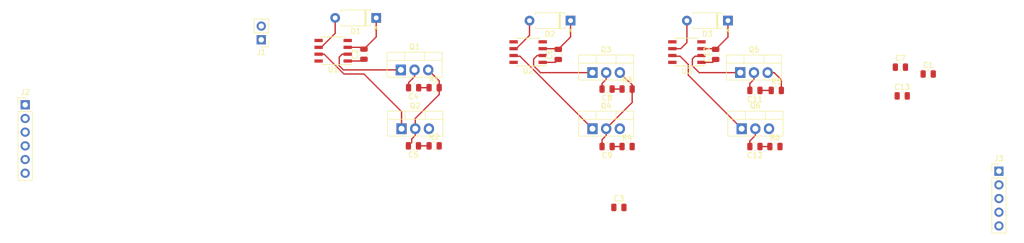
<source format=kicad_pcb>
(kicad_pcb (version 20171130) (host pcbnew "(5.0.1)-4")

  (general
    (thickness 1.6)
    (drawings 0)
    (tracks 101)
    (zones 0)
    (modules 34)
    (nets 28)
  )

  (page A4)
  (layers
    (0 F.Cu signal)
    (31 B.Cu signal)
    (32 B.Adhes user)
    (33 F.Adhes user)
    (34 B.Paste user)
    (35 F.Paste user)
    (36 B.SilkS user)
    (37 F.SilkS user)
    (38 B.Mask user)
    (39 F.Mask user)
    (40 Dwgs.User user)
    (41 Cmts.User user)
    (42 Eco1.User user)
    (43 Eco2.User user)
    (44 Edge.Cuts user)
    (45 Margin user)
    (46 B.CrtYd user)
    (47 F.CrtYd user)
    (48 B.Fab user)
    (49 F.Fab user)
  )

  (setup
    (last_trace_width 0.25)
    (trace_clearance 0.2)
    (zone_clearance 0.508)
    (zone_45_only no)
    (trace_min 0.2)
    (segment_width 0.2)
    (edge_width 0.15)
    (via_size 0.8)
    (via_drill 0.4)
    (via_min_size 0.4)
    (via_min_drill 0.3)
    (uvia_size 0.3)
    (uvia_drill 0.1)
    (uvias_allowed no)
    (uvia_min_size 0.2)
    (uvia_min_drill 0.1)
    (pcb_text_width 0.3)
    (pcb_text_size 1.5 1.5)
    (mod_edge_width 0.15)
    (mod_text_size 1 1)
    (mod_text_width 0.15)
    (pad_size 1.524 1.524)
    (pad_drill 0.762)
    (pad_to_mask_clearance 0.051)
    (solder_mask_min_width 0.25)
    (aux_axis_origin 0 0)
    (visible_elements FFFFFF7F)
    (pcbplotparams
      (layerselection 0x010fc_ffffffff)
      (usegerberextensions false)
      (usegerberattributes false)
      (usegerberadvancedattributes false)
      (creategerberjobfile false)
      (excludeedgelayer true)
      (linewidth 0.100000)
      (plotframeref false)
      (viasonmask false)
      (mode 1)
      (useauxorigin false)
      (hpglpennumber 1)
      (hpglpenspeed 20)
      (hpglpendiameter 15.000000)
      (psnegative false)
      (psa4output false)
      (plotreference true)
      (plotvalue true)
      (plotinvisibletext false)
      (padsonsilk false)
      (subtractmaskfromsilk false)
      (outputformat 1)
      (mirror false)
      (drillshape 1)
      (scaleselection 1)
      (outputdirectory ""))
  )

  (net 0 "")
  (net 1 Vcc)
  (net 2 GND)
  (net 3 "Net-(C2-Pad2)")
  (net 4 "Net-(C2-Pad1)")
  (net 5 "Net-(C4-Pad1)")
  (net 6 "Net-(C5-Pad2)")
  (net 7 "Net-(C5-Pad1)")
  (net 8 "Net-(C6-Pad1)")
  (net 9 "Net-(C6-Pad2)")
  (net 10 "Net-(C8-Pad1)")
  (net 11 "Net-(C9-Pad1)")
  (net 12 "Net-(C10-Pad1)")
  (net 13 "Net-(C10-Pad2)")
  (net 14 "Net-(C11-Pad1)")
  (net 15 "Net-(C12-Pad1)")
  (net 16 CH)
  (net 17 BH)
  (net 18 AH)
  (net 19 CL)
  (net 20 BL)
  (net 21 AL)
  (net 22 "Net-(Q1-Pad1)")
  (net 23 "Net-(Q2-Pad1)")
  (net 24 "Net-(Q3-Pad1)")
  (net 25 "Net-(Q4-Pad1)")
  (net 26 "Net-(Q5-Pad1)")
  (net 27 "Net-(Q6-Pad1)")

  (net_class Default "This is the default net class."
    (clearance 0.2)
    (trace_width 0.25)
    (via_dia 0.8)
    (via_drill 0.4)
    (uvia_dia 0.3)
    (uvia_drill 0.1)
    (add_net AH)
    (add_net AL)
    (add_net BH)
    (add_net BL)
    (add_net CH)
    (add_net CL)
    (add_net GND)
    (add_net "Net-(C10-Pad1)")
    (add_net "Net-(C10-Pad2)")
    (add_net "Net-(C11-Pad1)")
    (add_net "Net-(C12-Pad1)")
    (add_net "Net-(C2-Pad1)")
    (add_net "Net-(C2-Pad2)")
    (add_net "Net-(C4-Pad1)")
    (add_net "Net-(C5-Pad1)")
    (add_net "Net-(C5-Pad2)")
    (add_net "Net-(C6-Pad1)")
    (add_net "Net-(C6-Pad2)")
    (add_net "Net-(C8-Pad1)")
    (add_net "Net-(C9-Pad1)")
    (add_net "Net-(Q1-Pad1)")
    (add_net "Net-(Q2-Pad1)")
    (add_net "Net-(Q3-Pad1)")
    (add_net "Net-(Q4-Pad1)")
    (add_net "Net-(Q5-Pad1)")
    (add_net "Net-(Q6-Pad1)")
    (add_net Vcc)
  )

  (module Capacitor_SMD:C_0805_2012Metric (layer F.Cu) (tedit 5B36C52B) (tstamp 5CF66636)
    (at 215.2165 73.66)
    (descr "Capacitor SMD 0805 (2012 Metric), square (rectangular) end terminal, IPC_7351 nominal, (Body size source: https://docs.google.com/spreadsheets/d/1BsfQQcO9C6DZCsRaXUlFlo91Tg2WpOkGARC1WS5S8t0/edit?usp=sharing), generated with kicad-footprint-generator")
    (tags capacitor)
    (path /5CE9C21F)
    (attr smd)
    (fp_text reference C1 (at 0 -1.65) (layer F.SilkS)
      (effects (font (size 1 1) (thickness 0.15)))
    )
    (fp_text value C (at 0 1.65) (layer F.Fab)
      (effects (font (size 1 1) (thickness 0.15)))
    )
    (fp_text user %R (at 0 0) (layer F.Fab)
      (effects (font (size 0.5 0.5) (thickness 0.08)))
    )
    (fp_line (start 1.68 0.95) (end -1.68 0.95) (layer F.CrtYd) (width 0.05))
    (fp_line (start 1.68 -0.95) (end 1.68 0.95) (layer F.CrtYd) (width 0.05))
    (fp_line (start -1.68 -0.95) (end 1.68 -0.95) (layer F.CrtYd) (width 0.05))
    (fp_line (start -1.68 0.95) (end -1.68 -0.95) (layer F.CrtYd) (width 0.05))
    (fp_line (start -0.258578 0.71) (end 0.258578 0.71) (layer F.SilkS) (width 0.12))
    (fp_line (start -0.258578 -0.71) (end 0.258578 -0.71) (layer F.SilkS) (width 0.12))
    (fp_line (start 1 0.6) (end -1 0.6) (layer F.Fab) (width 0.1))
    (fp_line (start 1 -0.6) (end 1 0.6) (layer F.Fab) (width 0.1))
    (fp_line (start -1 -0.6) (end 1 -0.6) (layer F.Fab) (width 0.1))
    (fp_line (start -1 0.6) (end -1 -0.6) (layer F.Fab) (width 0.1))
    (pad 2 smd roundrect (at 0.9375 0) (size 0.975 1.4) (layers F.Cu F.Paste F.Mask) (roundrect_rratio 0.25)
      (net 1 Vcc))
    (pad 1 smd roundrect (at -0.9375 0) (size 0.975 1.4) (layers F.Cu F.Paste F.Mask) (roundrect_rratio 0.25)
      (net 2 GND))
    (model ${KISYS3DMOD}/Capacitor_SMD.3dshapes/C_0805_2012Metric.wrl
      (at (xyz 0 0 0))
      (scale (xyz 1 1 1))
      (rotate (xyz 0 0 0))
    )
  )

  (module Capacitor_SMD:C_0805_2012Metric (layer F.Cu) (tedit 5B36C52B) (tstamp 5CF66647)
    (at 110.496314 69.981931 90)
    (descr "Capacitor SMD 0805 (2012 Metric), square (rectangular) end terminal, IPC_7351 nominal, (Body size source: https://docs.google.com/spreadsheets/d/1BsfQQcO9C6DZCsRaXUlFlo91Tg2WpOkGARC1WS5S8t0/edit?usp=sharing), generated with kicad-footprint-generator")
    (tags capacitor)
    (path /5CE9BE48)
    (attr smd)
    (fp_text reference C2 (at 0 -1.65 90) (layer F.SilkS)
      (effects (font (size 1 1) (thickness 0.15)))
    )
    (fp_text value C (at 0 1.65 90) (layer F.Fab)
      (effects (font (size 1 1) (thickness 0.15)))
    )
    (fp_text user %R (at 0 0 90) (layer F.Fab)
      (effects (font (size 0.5 0.5) (thickness 0.08)))
    )
    (fp_line (start 1.68 0.95) (end -1.68 0.95) (layer F.CrtYd) (width 0.05))
    (fp_line (start 1.68 -0.95) (end 1.68 0.95) (layer F.CrtYd) (width 0.05))
    (fp_line (start -1.68 -0.95) (end 1.68 -0.95) (layer F.CrtYd) (width 0.05))
    (fp_line (start -1.68 0.95) (end -1.68 -0.95) (layer F.CrtYd) (width 0.05))
    (fp_line (start -0.258578 0.71) (end 0.258578 0.71) (layer F.SilkS) (width 0.12))
    (fp_line (start -0.258578 -0.71) (end 0.258578 -0.71) (layer F.SilkS) (width 0.12))
    (fp_line (start 1 0.6) (end -1 0.6) (layer F.Fab) (width 0.1))
    (fp_line (start 1 -0.6) (end 1 0.6) (layer F.Fab) (width 0.1))
    (fp_line (start -1 -0.6) (end 1 -0.6) (layer F.Fab) (width 0.1))
    (fp_line (start -1 0.6) (end -1 -0.6) (layer F.Fab) (width 0.1))
    (pad 2 smd roundrect (at 0.9375 0 90) (size 0.975 1.4) (layers F.Cu F.Paste F.Mask) (roundrect_rratio 0.25)
      (net 3 "Net-(C2-Pad2)"))
    (pad 1 smd roundrect (at -0.9375 0 90) (size 0.975 1.4) (layers F.Cu F.Paste F.Mask) (roundrect_rratio 0.25)
      (net 4 "Net-(C2-Pad1)"))
    (model ${KISYS3DMOD}/Capacitor_SMD.3dshapes/C_0805_2012Metric.wrl
      (at (xyz 0 0 0))
      (scale (xyz 1 1 1))
      (rotate (xyz 0 0 0))
    )
  )

  (module Capacitor_SMD:C_0805_2012Metric (layer F.Cu) (tedit 5B36C52B) (tstamp 5CF66658)
    (at 157.8125 98.425)
    (descr "Capacitor SMD 0805 (2012 Metric), square (rectangular) end terminal, IPC_7351 nominal, (Body size source: https://docs.google.com/spreadsheets/d/1BsfQQcO9C6DZCsRaXUlFlo91Tg2WpOkGARC1WS5S8t0/edit?usp=sharing), generated with kicad-footprint-generator")
    (tags capacitor)
    (path /5CE9D183)
    (attr smd)
    (fp_text reference C3 (at 0 -1.65) (layer F.SilkS)
      (effects (font (size 1 1) (thickness 0.15)))
    )
    (fp_text value C (at 0 1.65) (layer F.Fab)
      (effects (font (size 1 1) (thickness 0.15)))
    )
    (fp_text user %R (at 0 0) (layer F.Fab)
      (effects (font (size 0.5 0.5) (thickness 0.08)))
    )
    (fp_line (start 1.68 0.95) (end -1.68 0.95) (layer F.CrtYd) (width 0.05))
    (fp_line (start 1.68 -0.95) (end 1.68 0.95) (layer F.CrtYd) (width 0.05))
    (fp_line (start -1.68 -0.95) (end 1.68 -0.95) (layer F.CrtYd) (width 0.05))
    (fp_line (start -1.68 0.95) (end -1.68 -0.95) (layer F.CrtYd) (width 0.05))
    (fp_line (start -0.258578 0.71) (end 0.258578 0.71) (layer F.SilkS) (width 0.12))
    (fp_line (start -0.258578 -0.71) (end 0.258578 -0.71) (layer F.SilkS) (width 0.12))
    (fp_line (start 1 0.6) (end -1 0.6) (layer F.Fab) (width 0.1))
    (fp_line (start 1 -0.6) (end 1 0.6) (layer F.Fab) (width 0.1))
    (fp_line (start -1 -0.6) (end 1 -0.6) (layer F.Fab) (width 0.1))
    (fp_line (start -1 0.6) (end -1 -0.6) (layer F.Fab) (width 0.1))
    (pad 2 smd roundrect (at 0.9375 0) (size 0.975 1.4) (layers F.Cu F.Paste F.Mask) (roundrect_rratio 0.25)
      (net 1 Vcc))
    (pad 1 smd roundrect (at -0.9375 0) (size 0.975 1.4) (layers F.Cu F.Paste F.Mask) (roundrect_rratio 0.25)
      (net 2 GND))
    (model ${KISYS3DMOD}/Capacitor_SMD.3dshapes/C_0805_2012Metric.wrl
      (at (xyz 0 0 0))
      (scale (xyz 1 1 1))
      (rotate (xyz 0 0 0))
    )
  )

  (module Capacitor_SMD:C_0805_2012Metric (layer F.Cu) (tedit 5B36C52B) (tstamp 5CF66669)
    (at 119.7125 76.2 180)
    (descr "Capacitor SMD 0805 (2012 Metric), square (rectangular) end terminal, IPC_7351 nominal, (Body size source: https://docs.google.com/spreadsheets/d/1BsfQQcO9C6DZCsRaXUlFlo91Tg2WpOkGARC1WS5S8t0/edit?usp=sharing), generated with kicad-footprint-generator")
    (tags capacitor)
    (path /5CE9D6FC)
    (attr smd)
    (fp_text reference C4 (at 0 -1.65 180) (layer F.SilkS)
      (effects (font (size 1 1) (thickness 0.15)))
    )
    (fp_text value C (at 0 1.65 180) (layer F.Fab)
      (effects (font (size 1 1) (thickness 0.15)))
    )
    (fp_text user %R (at 0 0 180) (layer F.Fab)
      (effects (font (size 0.5 0.5) (thickness 0.08)))
    )
    (fp_line (start 1.68 0.95) (end -1.68 0.95) (layer F.CrtYd) (width 0.05))
    (fp_line (start 1.68 -0.95) (end 1.68 0.95) (layer F.CrtYd) (width 0.05))
    (fp_line (start -1.68 -0.95) (end 1.68 -0.95) (layer F.CrtYd) (width 0.05))
    (fp_line (start -1.68 0.95) (end -1.68 -0.95) (layer F.CrtYd) (width 0.05))
    (fp_line (start -0.258578 0.71) (end 0.258578 0.71) (layer F.SilkS) (width 0.12))
    (fp_line (start -0.258578 -0.71) (end 0.258578 -0.71) (layer F.SilkS) (width 0.12))
    (fp_line (start 1 0.6) (end -1 0.6) (layer F.Fab) (width 0.1))
    (fp_line (start 1 -0.6) (end 1 0.6) (layer F.Fab) (width 0.1))
    (fp_line (start -1 -0.6) (end 1 -0.6) (layer F.Fab) (width 0.1))
    (fp_line (start -1 0.6) (end -1 -0.6) (layer F.Fab) (width 0.1))
    (pad 2 smd roundrect (at 0.9375 0 180) (size 0.975 1.4) (layers F.Cu F.Paste F.Mask) (roundrect_rratio 0.25)
      (net 1 Vcc))
    (pad 1 smd roundrect (at -0.9375 0 180) (size 0.975 1.4) (layers F.Cu F.Paste F.Mask) (roundrect_rratio 0.25)
      (net 5 "Net-(C4-Pad1)"))
    (model ${KISYS3DMOD}/Capacitor_SMD.3dshapes/C_0805_2012Metric.wrl
      (at (xyz 0 0 0))
      (scale (xyz 1 1 1))
      (rotate (xyz 0 0 0))
    )
  )

  (module Capacitor_SMD:C_0805_2012Metric (layer F.Cu) (tedit 5B36C52B) (tstamp 5CF6667A)
    (at 119.6825 86.995 180)
    (descr "Capacitor SMD 0805 (2012 Metric), square (rectangular) end terminal, IPC_7351 nominal, (Body size source: https://docs.google.com/spreadsheets/d/1BsfQQcO9C6DZCsRaXUlFlo91Tg2WpOkGARC1WS5S8t0/edit?usp=sharing), generated with kicad-footprint-generator")
    (tags capacitor)
    (path /5CE9D94F)
    (attr smd)
    (fp_text reference C5 (at 0 -1.65 180) (layer F.SilkS)
      (effects (font (size 1 1) (thickness 0.15)))
    )
    (fp_text value C (at 0 1.65 180) (layer F.Fab)
      (effects (font (size 1 1) (thickness 0.15)))
    )
    (fp_text user %R (at 0 0 180) (layer F.Fab)
      (effects (font (size 0.5 0.5) (thickness 0.08)))
    )
    (fp_line (start 1.68 0.95) (end -1.68 0.95) (layer F.CrtYd) (width 0.05))
    (fp_line (start 1.68 -0.95) (end 1.68 0.95) (layer F.CrtYd) (width 0.05))
    (fp_line (start -1.68 -0.95) (end 1.68 -0.95) (layer F.CrtYd) (width 0.05))
    (fp_line (start -1.68 0.95) (end -1.68 -0.95) (layer F.CrtYd) (width 0.05))
    (fp_line (start -0.258578 0.71) (end 0.258578 0.71) (layer F.SilkS) (width 0.12))
    (fp_line (start -0.258578 -0.71) (end 0.258578 -0.71) (layer F.SilkS) (width 0.12))
    (fp_line (start 1 0.6) (end -1 0.6) (layer F.Fab) (width 0.1))
    (fp_line (start 1 -0.6) (end 1 0.6) (layer F.Fab) (width 0.1))
    (fp_line (start -1 -0.6) (end 1 -0.6) (layer F.Fab) (width 0.1))
    (fp_line (start -1 0.6) (end -1 -0.6) (layer F.Fab) (width 0.1))
    (pad 2 smd roundrect (at 0.9375 0 180) (size 0.975 1.4) (layers F.Cu F.Paste F.Mask) (roundrect_rratio 0.25)
      (net 6 "Net-(C5-Pad2)"))
    (pad 1 smd roundrect (at -0.9375 0 180) (size 0.975 1.4) (layers F.Cu F.Paste F.Mask) (roundrect_rratio 0.25)
      (net 7 "Net-(C5-Pad1)"))
    (model ${KISYS3DMOD}/Capacitor_SMD.3dshapes/C_0805_2012Metric.wrl
      (at (xyz 0 0 0))
      (scale (xyz 1 1 1))
      (rotate (xyz 0 0 0))
    )
  )

  (module Capacitor_SMD:C_0805_2012Metric (layer F.Cu) (tedit 5B36C52B) (tstamp 5CF6668B)
    (at 146.558 70.0255 90)
    (descr "Capacitor SMD 0805 (2012 Metric), square (rectangular) end terminal, IPC_7351 nominal, (Body size source: https://docs.google.com/spreadsheets/d/1BsfQQcO9C6DZCsRaXUlFlo91Tg2WpOkGARC1WS5S8t0/edit?usp=sharing), generated with kicad-footprint-generator")
    (tags capacitor)
    (path /5CEAE475)
    (attr smd)
    (fp_text reference C6 (at 0 -1.65 90) (layer F.SilkS)
      (effects (font (size 1 1) (thickness 0.15)))
    )
    (fp_text value C (at 0 1.65 90) (layer F.Fab)
      (effects (font (size 1 1) (thickness 0.15)))
    )
    (fp_line (start -1 0.6) (end -1 -0.6) (layer F.Fab) (width 0.1))
    (fp_line (start -1 -0.6) (end 1 -0.6) (layer F.Fab) (width 0.1))
    (fp_line (start 1 -0.6) (end 1 0.6) (layer F.Fab) (width 0.1))
    (fp_line (start 1 0.6) (end -1 0.6) (layer F.Fab) (width 0.1))
    (fp_line (start -0.258578 -0.71) (end 0.258578 -0.71) (layer F.SilkS) (width 0.12))
    (fp_line (start -0.258578 0.71) (end 0.258578 0.71) (layer F.SilkS) (width 0.12))
    (fp_line (start -1.68 0.95) (end -1.68 -0.95) (layer F.CrtYd) (width 0.05))
    (fp_line (start -1.68 -0.95) (end 1.68 -0.95) (layer F.CrtYd) (width 0.05))
    (fp_line (start 1.68 -0.95) (end 1.68 0.95) (layer F.CrtYd) (width 0.05))
    (fp_line (start 1.68 0.95) (end -1.68 0.95) (layer F.CrtYd) (width 0.05))
    (fp_text user %R (at 0 0 90) (layer F.Fab)
      (effects (font (size 0.5 0.5) (thickness 0.08)))
    )
    (pad 1 smd roundrect (at -0.9375 0 90) (size 0.975 1.4) (layers F.Cu F.Paste F.Mask) (roundrect_rratio 0.25)
      (net 8 "Net-(C6-Pad1)"))
    (pad 2 smd roundrect (at 0.9375 0 90) (size 0.975 1.4) (layers F.Cu F.Paste F.Mask) (roundrect_rratio 0.25)
      (net 9 "Net-(C6-Pad2)"))
    (model ${KISYS3DMOD}/Capacitor_SMD.3dshapes/C_0805_2012Metric.wrl
      (at (xyz 0 0 0))
      (scale (xyz 1 1 1))
      (rotate (xyz 0 0 0))
    )
  )

  (module Capacitor_SMD:C_0805_2012Metric (layer F.Cu) (tedit 5B36C52B) (tstamp 5CF6669C)
    (at 210.058 72.39)
    (descr "Capacitor SMD 0805 (2012 Metric), square (rectangular) end terminal, IPC_7351 nominal, (Body size source: https://docs.google.com/spreadsheets/d/1BsfQQcO9C6DZCsRaXUlFlo91Tg2WpOkGARC1WS5S8t0/edit?usp=sharing), generated with kicad-footprint-generator")
    (tags capacitor)
    (path /5CE9D1D6)
    (attr smd)
    (fp_text reference C7 (at 0 -1.65) (layer F.SilkS)
      (effects (font (size 1 1) (thickness 0.15)))
    )
    (fp_text value C (at 0 1.65) (layer F.Fab)
      (effects (font (size 1 1) (thickness 0.15)))
    )
    (fp_text user %R (at 0 0) (layer F.Fab)
      (effects (font (size 0.5 0.5) (thickness 0.08)))
    )
    (fp_line (start 1.68 0.95) (end -1.68 0.95) (layer F.CrtYd) (width 0.05))
    (fp_line (start 1.68 -0.95) (end 1.68 0.95) (layer F.CrtYd) (width 0.05))
    (fp_line (start -1.68 -0.95) (end 1.68 -0.95) (layer F.CrtYd) (width 0.05))
    (fp_line (start -1.68 0.95) (end -1.68 -0.95) (layer F.CrtYd) (width 0.05))
    (fp_line (start -0.258578 0.71) (end 0.258578 0.71) (layer F.SilkS) (width 0.12))
    (fp_line (start -0.258578 -0.71) (end 0.258578 -0.71) (layer F.SilkS) (width 0.12))
    (fp_line (start 1 0.6) (end -1 0.6) (layer F.Fab) (width 0.1))
    (fp_line (start 1 -0.6) (end 1 0.6) (layer F.Fab) (width 0.1))
    (fp_line (start -1 -0.6) (end 1 -0.6) (layer F.Fab) (width 0.1))
    (fp_line (start -1 0.6) (end -1 -0.6) (layer F.Fab) (width 0.1))
    (pad 2 smd roundrect (at 0.9375 0) (size 0.975 1.4) (layers F.Cu F.Paste F.Mask) (roundrect_rratio 0.25)
      (net 1 Vcc))
    (pad 1 smd roundrect (at -0.9375 0) (size 0.975 1.4) (layers F.Cu F.Paste F.Mask) (roundrect_rratio 0.25)
      (net 2 GND))
    (model ${KISYS3DMOD}/Capacitor_SMD.3dshapes/C_0805_2012Metric.wrl
      (at (xyz 0 0 0))
      (scale (xyz 1 1 1))
      (rotate (xyz 0 0 0))
    )
  )

  (module Capacitor_SMD:C_0805_2012Metric (layer F.Cu) (tedit 5B36C52B) (tstamp 5CF666AD)
    (at 155.6235 76.454 180)
    (descr "Capacitor SMD 0805 (2012 Metric), square (rectangular) end terminal, IPC_7351 nominal, (Body size source: https://docs.google.com/spreadsheets/d/1BsfQQcO9C6DZCsRaXUlFlo91Tg2WpOkGARC1WS5S8t0/edit?usp=sharing), generated with kicad-footprint-generator")
    (tags capacitor)
    (path /5CE9DA96)
    (attr smd)
    (fp_text reference C8 (at 0 -1.65 180) (layer F.SilkS)
      (effects (font (size 1 1) (thickness 0.15)))
    )
    (fp_text value C (at 0 1.65 180) (layer F.Fab)
      (effects (font (size 1 1) (thickness 0.15)))
    )
    (fp_line (start -1 0.6) (end -1 -0.6) (layer F.Fab) (width 0.1))
    (fp_line (start -1 -0.6) (end 1 -0.6) (layer F.Fab) (width 0.1))
    (fp_line (start 1 -0.6) (end 1 0.6) (layer F.Fab) (width 0.1))
    (fp_line (start 1 0.6) (end -1 0.6) (layer F.Fab) (width 0.1))
    (fp_line (start -0.258578 -0.71) (end 0.258578 -0.71) (layer F.SilkS) (width 0.12))
    (fp_line (start -0.258578 0.71) (end 0.258578 0.71) (layer F.SilkS) (width 0.12))
    (fp_line (start -1.68 0.95) (end -1.68 -0.95) (layer F.CrtYd) (width 0.05))
    (fp_line (start -1.68 -0.95) (end 1.68 -0.95) (layer F.CrtYd) (width 0.05))
    (fp_line (start 1.68 -0.95) (end 1.68 0.95) (layer F.CrtYd) (width 0.05))
    (fp_line (start 1.68 0.95) (end -1.68 0.95) (layer F.CrtYd) (width 0.05))
    (fp_text user %R (at 0 0 180) (layer F.Fab)
      (effects (font (size 0.5 0.5) (thickness 0.08)))
    )
    (pad 1 smd roundrect (at -0.9375 0 180) (size 0.975 1.4) (layers F.Cu F.Paste F.Mask) (roundrect_rratio 0.25)
      (net 10 "Net-(C8-Pad1)"))
    (pad 2 smd roundrect (at 0.9375 0 180) (size 0.975 1.4) (layers F.Cu F.Paste F.Mask) (roundrect_rratio 0.25)
      (net 1 Vcc))
    (model ${KISYS3DMOD}/Capacitor_SMD.3dshapes/C_0805_2012Metric.wrl
      (at (xyz 0 0 0))
      (scale (xyz 1 1 1))
      (rotate (xyz 0 0 0))
    )
  )

  (module Capacitor_SMD:C_0805_2012Metric (layer F.Cu) (tedit 5B36C52B) (tstamp 5CF666BE)
    (at 155.6235 87.122 180)
    (descr "Capacitor SMD 0805 (2012 Metric), square (rectangular) end terminal, IPC_7351 nominal, (Body size source: https://docs.google.com/spreadsheets/d/1BsfQQcO9C6DZCsRaXUlFlo91Tg2WpOkGARC1WS5S8t0/edit?usp=sharing), generated with kicad-footprint-generator")
    (tags capacitor)
    (path /5CE9DC98)
    (attr smd)
    (fp_text reference C9 (at 0 -1.65 180) (layer F.SilkS)
      (effects (font (size 1 1) (thickness 0.15)))
    )
    (fp_text value C (at 0 1.65 180) (layer F.Fab)
      (effects (font (size 1 1) (thickness 0.15)))
    )
    (fp_line (start -1 0.6) (end -1 -0.6) (layer F.Fab) (width 0.1))
    (fp_line (start -1 -0.6) (end 1 -0.6) (layer F.Fab) (width 0.1))
    (fp_line (start 1 -0.6) (end 1 0.6) (layer F.Fab) (width 0.1))
    (fp_line (start 1 0.6) (end -1 0.6) (layer F.Fab) (width 0.1))
    (fp_line (start -0.258578 -0.71) (end 0.258578 -0.71) (layer F.SilkS) (width 0.12))
    (fp_line (start -0.258578 0.71) (end 0.258578 0.71) (layer F.SilkS) (width 0.12))
    (fp_line (start -1.68 0.95) (end -1.68 -0.95) (layer F.CrtYd) (width 0.05))
    (fp_line (start -1.68 -0.95) (end 1.68 -0.95) (layer F.CrtYd) (width 0.05))
    (fp_line (start 1.68 -0.95) (end 1.68 0.95) (layer F.CrtYd) (width 0.05))
    (fp_line (start 1.68 0.95) (end -1.68 0.95) (layer F.CrtYd) (width 0.05))
    (fp_text user %R (at 0 0 180) (layer F.Fab)
      (effects (font (size 0.5 0.5) (thickness 0.08)))
    )
    (pad 1 smd roundrect (at -0.9375 0 180) (size 0.975 1.4) (layers F.Cu F.Paste F.Mask) (roundrect_rratio 0.25)
      (net 11 "Net-(C9-Pad1)"))
    (pad 2 smd roundrect (at 0.9375 0 180) (size 0.975 1.4) (layers F.Cu F.Paste F.Mask) (roundrect_rratio 0.25)
      (net 8 "Net-(C6-Pad1)"))
    (model ${KISYS3DMOD}/Capacitor_SMD.3dshapes/C_0805_2012Metric.wrl
      (at (xyz 0 0 0))
      (scale (xyz 1 1 1))
      (rotate (xyz 0 0 0))
    )
  )

  (module Capacitor_SMD:C_0805_2012Metric (layer F.Cu) (tedit 5B36C52B) (tstamp 5CF666CF)
    (at 175.768 70.0255 90)
    (descr "Capacitor SMD 0805 (2012 Metric), square (rectangular) end terminal, IPC_7351 nominal, (Body size source: https://docs.google.com/spreadsheets/d/1BsfQQcO9C6DZCsRaXUlFlo91Tg2WpOkGARC1WS5S8t0/edit?usp=sharing), generated with kicad-footprint-generator")
    (tags capacitor)
    (path /5CEBF801)
    (attr smd)
    (fp_text reference C10 (at 0 -1.65 90) (layer F.SilkS)
      (effects (font (size 1 1) (thickness 0.15)))
    )
    (fp_text value C (at 0 1.65 90) (layer F.Fab)
      (effects (font (size 1 1) (thickness 0.15)))
    )
    (fp_line (start -1 0.6) (end -1 -0.6) (layer F.Fab) (width 0.1))
    (fp_line (start -1 -0.6) (end 1 -0.6) (layer F.Fab) (width 0.1))
    (fp_line (start 1 -0.6) (end 1 0.6) (layer F.Fab) (width 0.1))
    (fp_line (start 1 0.6) (end -1 0.6) (layer F.Fab) (width 0.1))
    (fp_line (start -0.258578 -0.71) (end 0.258578 -0.71) (layer F.SilkS) (width 0.12))
    (fp_line (start -0.258578 0.71) (end 0.258578 0.71) (layer F.SilkS) (width 0.12))
    (fp_line (start -1.68 0.95) (end -1.68 -0.95) (layer F.CrtYd) (width 0.05))
    (fp_line (start -1.68 -0.95) (end 1.68 -0.95) (layer F.CrtYd) (width 0.05))
    (fp_line (start 1.68 -0.95) (end 1.68 0.95) (layer F.CrtYd) (width 0.05))
    (fp_line (start 1.68 0.95) (end -1.68 0.95) (layer F.CrtYd) (width 0.05))
    (fp_text user %R (at 0 0 90) (layer F.Fab)
      (effects (font (size 0.5 0.5) (thickness 0.08)))
    )
    (pad 1 smd roundrect (at -0.9375 0 90) (size 0.975 1.4) (layers F.Cu F.Paste F.Mask) (roundrect_rratio 0.25)
      (net 12 "Net-(C10-Pad1)"))
    (pad 2 smd roundrect (at 0.9375 0 90) (size 0.975 1.4) (layers F.Cu F.Paste F.Mask) (roundrect_rratio 0.25)
      (net 13 "Net-(C10-Pad2)"))
    (model ${KISYS3DMOD}/Capacitor_SMD.3dshapes/C_0805_2012Metric.wrl
      (at (xyz 0 0 0))
      (scale (xyz 1 1 1))
      (rotate (xyz 0 0 0))
    )
  )

  (module Capacitor_SMD:C_0805_2012Metric (layer F.Cu) (tedit 5B36C52B) (tstamp 5CF666E0)
    (at 183.0555 76.708 180)
    (descr "Capacitor SMD 0805 (2012 Metric), square (rectangular) end terminal, IPC_7351 nominal, (Body size source: https://docs.google.com/spreadsheets/d/1BsfQQcO9C6DZCsRaXUlFlo91Tg2WpOkGARC1WS5S8t0/edit?usp=sharing), generated with kicad-footprint-generator")
    (tags capacitor)
    (path /5CE9DB95)
    (attr smd)
    (fp_text reference C11 (at 0 -1.65 180) (layer F.SilkS)
      (effects (font (size 1 1) (thickness 0.15)))
    )
    (fp_text value C (at 0 1.65 180) (layer F.Fab)
      (effects (font (size 1 1) (thickness 0.15)))
    )
    (fp_line (start -1 0.6) (end -1 -0.6) (layer F.Fab) (width 0.1))
    (fp_line (start -1 -0.6) (end 1 -0.6) (layer F.Fab) (width 0.1))
    (fp_line (start 1 -0.6) (end 1 0.6) (layer F.Fab) (width 0.1))
    (fp_line (start 1 0.6) (end -1 0.6) (layer F.Fab) (width 0.1))
    (fp_line (start -0.258578 -0.71) (end 0.258578 -0.71) (layer F.SilkS) (width 0.12))
    (fp_line (start -0.258578 0.71) (end 0.258578 0.71) (layer F.SilkS) (width 0.12))
    (fp_line (start -1.68 0.95) (end -1.68 -0.95) (layer F.CrtYd) (width 0.05))
    (fp_line (start -1.68 -0.95) (end 1.68 -0.95) (layer F.CrtYd) (width 0.05))
    (fp_line (start 1.68 -0.95) (end 1.68 0.95) (layer F.CrtYd) (width 0.05))
    (fp_line (start 1.68 0.95) (end -1.68 0.95) (layer F.CrtYd) (width 0.05))
    (fp_text user %R (at 0 0 180) (layer F.Fab)
      (effects (font (size 0.5 0.5) (thickness 0.08)))
    )
    (pad 1 smd roundrect (at -0.9375 0 180) (size 0.975 1.4) (layers F.Cu F.Paste F.Mask) (roundrect_rratio 0.25)
      (net 14 "Net-(C11-Pad1)"))
    (pad 2 smd roundrect (at 0.9375 0 180) (size 0.975 1.4) (layers F.Cu F.Paste F.Mask) (roundrect_rratio 0.25)
      (net 1 Vcc))
    (model ${KISYS3DMOD}/Capacitor_SMD.3dshapes/C_0805_2012Metric.wrl
      (at (xyz 0 0 0))
      (scale (xyz 1 1 1))
      (rotate (xyz 0 0 0))
    )
  )

  (module Capacitor_SMD:C_0805_2012Metric (layer F.Cu) (tedit 5B36C52B) (tstamp 5CF666F1)
    (at 183.0555 87.122 180)
    (descr "Capacitor SMD 0805 (2012 Metric), square (rectangular) end terminal, IPC_7351 nominal, (Body size source: https://docs.google.com/spreadsheets/d/1BsfQQcO9C6DZCsRaXUlFlo91Tg2WpOkGARC1WS5S8t0/edit?usp=sharing), generated with kicad-footprint-generator")
    (tags capacitor)
    (path /5CE9DD69)
    (attr smd)
    (fp_text reference C12 (at 0 -1.65 180) (layer F.SilkS)
      (effects (font (size 1 1) (thickness 0.15)))
    )
    (fp_text value C (at 0 1.65 180) (layer F.Fab)
      (effects (font (size 1 1) (thickness 0.15)))
    )
    (fp_line (start -1 0.6) (end -1 -0.6) (layer F.Fab) (width 0.1))
    (fp_line (start -1 -0.6) (end 1 -0.6) (layer F.Fab) (width 0.1))
    (fp_line (start 1 -0.6) (end 1 0.6) (layer F.Fab) (width 0.1))
    (fp_line (start 1 0.6) (end -1 0.6) (layer F.Fab) (width 0.1))
    (fp_line (start -0.258578 -0.71) (end 0.258578 -0.71) (layer F.SilkS) (width 0.12))
    (fp_line (start -0.258578 0.71) (end 0.258578 0.71) (layer F.SilkS) (width 0.12))
    (fp_line (start -1.68 0.95) (end -1.68 -0.95) (layer F.CrtYd) (width 0.05))
    (fp_line (start -1.68 -0.95) (end 1.68 -0.95) (layer F.CrtYd) (width 0.05))
    (fp_line (start 1.68 -0.95) (end 1.68 0.95) (layer F.CrtYd) (width 0.05))
    (fp_line (start 1.68 0.95) (end -1.68 0.95) (layer F.CrtYd) (width 0.05))
    (fp_text user %R (at 0 0 180) (layer F.Fab)
      (effects (font (size 0.5 0.5) (thickness 0.08)))
    )
    (pad 1 smd roundrect (at -0.9375 0 180) (size 0.975 1.4) (layers F.Cu F.Paste F.Mask) (roundrect_rratio 0.25)
      (net 15 "Net-(C12-Pad1)"))
    (pad 2 smd roundrect (at 0.9375 0 180) (size 0.975 1.4) (layers F.Cu F.Paste F.Mask) (roundrect_rratio 0.25)
      (net 12 "Net-(C10-Pad1)"))
    (model ${KISYS3DMOD}/Capacitor_SMD.3dshapes/C_0805_2012Metric.wrl
      (at (xyz 0 0 0))
      (scale (xyz 1 1 1))
      (rotate (xyz 0 0 0))
    )
  )

  (module Capacitor_SMD:C_0805_2012Metric (layer F.Cu) (tedit 5B36C52B) (tstamp 5CF66702)
    (at 210.3905 77.724)
    (descr "Capacitor SMD 0805 (2012 Metric), square (rectangular) end terminal, IPC_7351 nominal, (Body size source: https://docs.google.com/spreadsheets/d/1BsfQQcO9C6DZCsRaXUlFlo91Tg2WpOkGARC1WS5S8t0/edit?usp=sharing), generated with kicad-footprint-generator")
    (tags capacitor)
    (path /5CE9D228)
    (attr smd)
    (fp_text reference C13 (at 0 -1.65) (layer F.SilkS)
      (effects (font (size 1 1) (thickness 0.15)))
    )
    (fp_text value C (at 0 1.65) (layer F.Fab)
      (effects (font (size 1 1) (thickness 0.15)))
    )
    (fp_line (start -1 0.6) (end -1 -0.6) (layer F.Fab) (width 0.1))
    (fp_line (start -1 -0.6) (end 1 -0.6) (layer F.Fab) (width 0.1))
    (fp_line (start 1 -0.6) (end 1 0.6) (layer F.Fab) (width 0.1))
    (fp_line (start 1 0.6) (end -1 0.6) (layer F.Fab) (width 0.1))
    (fp_line (start -0.258578 -0.71) (end 0.258578 -0.71) (layer F.SilkS) (width 0.12))
    (fp_line (start -0.258578 0.71) (end 0.258578 0.71) (layer F.SilkS) (width 0.12))
    (fp_line (start -1.68 0.95) (end -1.68 -0.95) (layer F.CrtYd) (width 0.05))
    (fp_line (start -1.68 -0.95) (end 1.68 -0.95) (layer F.CrtYd) (width 0.05))
    (fp_line (start 1.68 -0.95) (end 1.68 0.95) (layer F.CrtYd) (width 0.05))
    (fp_line (start 1.68 0.95) (end -1.68 0.95) (layer F.CrtYd) (width 0.05))
    (fp_text user %R (at 0 0) (layer F.Fab)
      (effects (font (size 0.5 0.5) (thickness 0.08)))
    )
    (pad 1 smd roundrect (at -0.9375 0) (size 0.975 1.4) (layers F.Cu F.Paste F.Mask) (roundrect_rratio 0.25)
      (net 2 GND))
    (pad 2 smd roundrect (at 0.9375 0) (size 0.975 1.4) (layers F.Cu F.Paste F.Mask) (roundrect_rratio 0.25)
      (net 1 Vcc))
    (model ${KISYS3DMOD}/Capacitor_SMD.3dshapes/C_0805_2012Metric.wrl
      (at (xyz 0 0 0))
      (scale (xyz 1 1 1))
      (rotate (xyz 0 0 0))
    )
  )

  (module Diode_THT:D_A-405_P7.62mm_Horizontal (layer F.Cu) (tedit 5AE50CD5) (tstamp 5CF68B8A)
    (at 112.776 63.246 180)
    (descr "Diode, A-405 series, Axial, Horizontal, pin pitch=7.62mm, , length*diameter=5.2*2.7mm^2, , http://www.diodes.com/_files/packages/A-405.pdf")
    (tags "Diode A-405 series Axial Horizontal pin pitch 7.62mm  length 5.2mm diameter 2.7mm")
    (path /5CE9BDE6)
    (fp_text reference D1 (at 3.81 -2.47 180) (layer F.SilkS)
      (effects (font (size 1 1) (thickness 0.15)))
    )
    (fp_text value D_Schottky (at 3.81 2.47 180) (layer F.Fab)
      (effects (font (size 1 1) (thickness 0.15)))
    )
    (fp_line (start 1.21 -1.35) (end 1.21 1.35) (layer F.Fab) (width 0.1))
    (fp_line (start 1.21 1.35) (end 6.41 1.35) (layer F.Fab) (width 0.1))
    (fp_line (start 6.41 1.35) (end 6.41 -1.35) (layer F.Fab) (width 0.1))
    (fp_line (start 6.41 -1.35) (end 1.21 -1.35) (layer F.Fab) (width 0.1))
    (fp_line (start 0 0) (end 1.21 0) (layer F.Fab) (width 0.1))
    (fp_line (start 7.62 0) (end 6.41 0) (layer F.Fab) (width 0.1))
    (fp_line (start 1.99 -1.35) (end 1.99 1.35) (layer F.Fab) (width 0.1))
    (fp_line (start 2.09 -1.35) (end 2.09 1.35) (layer F.Fab) (width 0.1))
    (fp_line (start 1.89 -1.35) (end 1.89 1.35) (layer F.Fab) (width 0.1))
    (fp_line (start 1.09 -1.14) (end 1.09 -1.47) (layer F.SilkS) (width 0.12))
    (fp_line (start 1.09 -1.47) (end 6.53 -1.47) (layer F.SilkS) (width 0.12))
    (fp_line (start 6.53 -1.47) (end 6.53 -1.14) (layer F.SilkS) (width 0.12))
    (fp_line (start 1.09 1.14) (end 1.09 1.47) (layer F.SilkS) (width 0.12))
    (fp_line (start 1.09 1.47) (end 6.53 1.47) (layer F.SilkS) (width 0.12))
    (fp_line (start 6.53 1.47) (end 6.53 1.14) (layer F.SilkS) (width 0.12))
    (fp_line (start 1.99 -1.47) (end 1.99 1.47) (layer F.SilkS) (width 0.12))
    (fp_line (start 2.11 -1.47) (end 2.11 1.47) (layer F.SilkS) (width 0.12))
    (fp_line (start 1.87 -1.47) (end 1.87 1.47) (layer F.SilkS) (width 0.12))
    (fp_line (start -1.15 -1.6) (end -1.15 1.6) (layer F.CrtYd) (width 0.05))
    (fp_line (start -1.15 1.6) (end 8.77 1.6) (layer F.CrtYd) (width 0.05))
    (fp_line (start 8.77 1.6) (end 8.77 -1.6) (layer F.CrtYd) (width 0.05))
    (fp_line (start 8.77 -1.6) (end -1.15 -1.6) (layer F.CrtYd) (width 0.05))
    (fp_text user %R (at 4.2 0 180) (layer F.Fab)
      (effects (font (size 1 1) (thickness 0.15)))
    )
    (fp_text user K (at 0 -1.9 180) (layer F.Fab)
      (effects (font (size 1 1) (thickness 0.15)))
    )
    (fp_text user K (at 0 -1.9 180) (layer F.SilkS)
      (effects (font (size 1 1) (thickness 0.15)))
    )
    (pad 1 thru_hole rect (at 0 0 180) (size 1.8 1.8) (drill 0.9) (layers *.Cu *.Mask)
      (net 3 "Net-(C2-Pad2)"))
    (pad 2 thru_hole oval (at 7.62 0 180) (size 1.8 1.8) (drill 0.9) (layers *.Cu *.Mask)
      (net 1 Vcc))
    (model ${KISYS3DMOD}/Diode_THT.3dshapes/D_A-405_P7.62mm_Horizontal.wrl
      (at (xyz 0 0 0))
      (scale (xyz 1 1 1))
      (rotate (xyz 0 0 0))
    )
  )

  (module Diode_THT:D_A-405_P7.62mm_Horizontal (layer F.Cu) (tedit 5AE50CD5) (tstamp 5CF66740)
    (at 148.844 63.754 180)
    (descr "Diode, A-405 series, Axial, Horizontal, pin pitch=7.62mm, , length*diameter=5.2*2.7mm^2, , http://www.diodes.com/_files/packages/A-405.pdf")
    (tags "Diode A-405 series Axial Horizontal pin pitch 7.62mm  length 5.2mm diameter 2.7mm")
    (path /5CEAE46F)
    (fp_text reference D2 (at 3.81 -2.47 180) (layer F.SilkS)
      (effects (font (size 1 1) (thickness 0.15)))
    )
    (fp_text value D_Schottky (at 3.81 2.47 180) (layer F.Fab)
      (effects (font (size 1 1) (thickness 0.15)))
    )
    (fp_line (start 1.21 -1.35) (end 1.21 1.35) (layer F.Fab) (width 0.1))
    (fp_line (start 1.21 1.35) (end 6.41 1.35) (layer F.Fab) (width 0.1))
    (fp_line (start 6.41 1.35) (end 6.41 -1.35) (layer F.Fab) (width 0.1))
    (fp_line (start 6.41 -1.35) (end 1.21 -1.35) (layer F.Fab) (width 0.1))
    (fp_line (start 0 0) (end 1.21 0) (layer F.Fab) (width 0.1))
    (fp_line (start 7.62 0) (end 6.41 0) (layer F.Fab) (width 0.1))
    (fp_line (start 1.99 -1.35) (end 1.99 1.35) (layer F.Fab) (width 0.1))
    (fp_line (start 2.09 -1.35) (end 2.09 1.35) (layer F.Fab) (width 0.1))
    (fp_line (start 1.89 -1.35) (end 1.89 1.35) (layer F.Fab) (width 0.1))
    (fp_line (start 1.09 -1.14) (end 1.09 -1.47) (layer F.SilkS) (width 0.12))
    (fp_line (start 1.09 -1.47) (end 6.53 -1.47) (layer F.SilkS) (width 0.12))
    (fp_line (start 6.53 -1.47) (end 6.53 -1.14) (layer F.SilkS) (width 0.12))
    (fp_line (start 1.09 1.14) (end 1.09 1.47) (layer F.SilkS) (width 0.12))
    (fp_line (start 1.09 1.47) (end 6.53 1.47) (layer F.SilkS) (width 0.12))
    (fp_line (start 6.53 1.47) (end 6.53 1.14) (layer F.SilkS) (width 0.12))
    (fp_line (start 1.99 -1.47) (end 1.99 1.47) (layer F.SilkS) (width 0.12))
    (fp_line (start 2.11 -1.47) (end 2.11 1.47) (layer F.SilkS) (width 0.12))
    (fp_line (start 1.87 -1.47) (end 1.87 1.47) (layer F.SilkS) (width 0.12))
    (fp_line (start -1.15 -1.6) (end -1.15 1.6) (layer F.CrtYd) (width 0.05))
    (fp_line (start -1.15 1.6) (end 8.77 1.6) (layer F.CrtYd) (width 0.05))
    (fp_line (start 8.77 1.6) (end 8.77 -1.6) (layer F.CrtYd) (width 0.05))
    (fp_line (start 8.77 -1.6) (end -1.15 -1.6) (layer F.CrtYd) (width 0.05))
    (fp_text user %R (at 4.2 0 180) (layer F.Fab)
      (effects (font (size 1 1) (thickness 0.15)))
    )
    (fp_text user K (at 0 -1.9 180) (layer F.Fab)
      (effects (font (size 1 1) (thickness 0.15)))
    )
    (fp_text user K (at 0 -1.9 180) (layer F.SilkS)
      (effects (font (size 1 1) (thickness 0.15)))
    )
    (pad 1 thru_hole rect (at 0 0 180) (size 1.8 1.8) (drill 0.9) (layers *.Cu *.Mask)
      (net 9 "Net-(C6-Pad2)"))
    (pad 2 thru_hole oval (at 7.62 0 180) (size 1.8 1.8) (drill 0.9) (layers *.Cu *.Mask)
      (net 1 Vcc))
    (model ${KISYS3DMOD}/Diode_THT.3dshapes/D_A-405_P7.62mm_Horizontal.wrl
      (at (xyz 0 0 0))
      (scale (xyz 1 1 1))
      (rotate (xyz 0 0 0))
    )
  )

  (module Diode_THT:D_A-405_P7.62mm_Horizontal (layer F.Cu) (tedit 5AE50CD5) (tstamp 5CF6675F)
    (at 178.054 63.754 180)
    (descr "Diode, A-405 series, Axial, Horizontal, pin pitch=7.62mm, , length*diameter=5.2*2.7mm^2, , http://www.diodes.com/_files/packages/A-405.pdf")
    (tags "Diode A-405 series Axial Horizontal pin pitch 7.62mm  length 5.2mm diameter 2.7mm")
    (path /5CEBF7FB)
    (fp_text reference D3 (at 3.81 -2.47 180) (layer F.SilkS)
      (effects (font (size 1 1) (thickness 0.15)))
    )
    (fp_text value D_Schottky (at 3.81 2.47 180) (layer F.Fab)
      (effects (font (size 1 1) (thickness 0.15)))
    )
    (fp_text user K (at 0 -1.9 180) (layer F.SilkS)
      (effects (font (size 1 1) (thickness 0.15)))
    )
    (fp_text user K (at 0 -1.9 180) (layer F.Fab)
      (effects (font (size 1 1) (thickness 0.15)))
    )
    (fp_text user %R (at 4.2 0 180) (layer F.Fab)
      (effects (font (size 1 1) (thickness 0.15)))
    )
    (fp_line (start 8.77 -1.6) (end -1.15 -1.6) (layer F.CrtYd) (width 0.05))
    (fp_line (start 8.77 1.6) (end 8.77 -1.6) (layer F.CrtYd) (width 0.05))
    (fp_line (start -1.15 1.6) (end 8.77 1.6) (layer F.CrtYd) (width 0.05))
    (fp_line (start -1.15 -1.6) (end -1.15 1.6) (layer F.CrtYd) (width 0.05))
    (fp_line (start 1.87 -1.47) (end 1.87 1.47) (layer F.SilkS) (width 0.12))
    (fp_line (start 2.11 -1.47) (end 2.11 1.47) (layer F.SilkS) (width 0.12))
    (fp_line (start 1.99 -1.47) (end 1.99 1.47) (layer F.SilkS) (width 0.12))
    (fp_line (start 6.53 1.47) (end 6.53 1.14) (layer F.SilkS) (width 0.12))
    (fp_line (start 1.09 1.47) (end 6.53 1.47) (layer F.SilkS) (width 0.12))
    (fp_line (start 1.09 1.14) (end 1.09 1.47) (layer F.SilkS) (width 0.12))
    (fp_line (start 6.53 -1.47) (end 6.53 -1.14) (layer F.SilkS) (width 0.12))
    (fp_line (start 1.09 -1.47) (end 6.53 -1.47) (layer F.SilkS) (width 0.12))
    (fp_line (start 1.09 -1.14) (end 1.09 -1.47) (layer F.SilkS) (width 0.12))
    (fp_line (start 1.89 -1.35) (end 1.89 1.35) (layer F.Fab) (width 0.1))
    (fp_line (start 2.09 -1.35) (end 2.09 1.35) (layer F.Fab) (width 0.1))
    (fp_line (start 1.99 -1.35) (end 1.99 1.35) (layer F.Fab) (width 0.1))
    (fp_line (start 7.62 0) (end 6.41 0) (layer F.Fab) (width 0.1))
    (fp_line (start 0 0) (end 1.21 0) (layer F.Fab) (width 0.1))
    (fp_line (start 6.41 -1.35) (end 1.21 -1.35) (layer F.Fab) (width 0.1))
    (fp_line (start 6.41 1.35) (end 6.41 -1.35) (layer F.Fab) (width 0.1))
    (fp_line (start 1.21 1.35) (end 6.41 1.35) (layer F.Fab) (width 0.1))
    (fp_line (start 1.21 -1.35) (end 1.21 1.35) (layer F.Fab) (width 0.1))
    (pad 2 thru_hole oval (at 7.62 0 180) (size 1.8 1.8) (drill 0.9) (layers *.Cu *.Mask)
      (net 1 Vcc))
    (pad 1 thru_hole rect (at 0 0 180) (size 1.8 1.8) (drill 0.9) (layers *.Cu *.Mask)
      (net 13 "Net-(C10-Pad2)"))
    (model ${KISYS3DMOD}/Diode_THT.3dshapes/D_A-405_P7.62mm_Horizontal.wrl
      (at (xyz 0 0 0))
      (scale (xyz 1 1 1))
      (rotate (xyz 0 0 0))
    )
  )

  (module Connector_PinHeader_2.54mm:PinHeader_1x02_P2.54mm_Vertical (layer F.Cu) (tedit 59FED5CC) (tstamp 5CF66775)
    (at 91.44 67.31 180)
    (descr "Through hole straight pin header, 1x02, 2.54mm pitch, single row")
    (tags "Through hole pin header THT 1x02 2.54mm single row")
    (path /5CE9CDD6)
    (fp_text reference J1 (at 0 -2.33 180) (layer F.SilkS)
      (effects (font (size 1 1) (thickness 0.15)))
    )
    (fp_text value Conn_01x02 (at 0 4.87 180) (layer F.Fab)
      (effects (font (size 1 1) (thickness 0.15)))
    )
    (fp_line (start -0.635 -1.27) (end 1.27 -1.27) (layer F.Fab) (width 0.1))
    (fp_line (start 1.27 -1.27) (end 1.27 3.81) (layer F.Fab) (width 0.1))
    (fp_line (start 1.27 3.81) (end -1.27 3.81) (layer F.Fab) (width 0.1))
    (fp_line (start -1.27 3.81) (end -1.27 -0.635) (layer F.Fab) (width 0.1))
    (fp_line (start -1.27 -0.635) (end -0.635 -1.27) (layer F.Fab) (width 0.1))
    (fp_line (start -1.33 3.87) (end 1.33 3.87) (layer F.SilkS) (width 0.12))
    (fp_line (start -1.33 1.27) (end -1.33 3.87) (layer F.SilkS) (width 0.12))
    (fp_line (start 1.33 1.27) (end 1.33 3.87) (layer F.SilkS) (width 0.12))
    (fp_line (start -1.33 1.27) (end 1.33 1.27) (layer F.SilkS) (width 0.12))
    (fp_line (start -1.33 0) (end -1.33 -1.33) (layer F.SilkS) (width 0.12))
    (fp_line (start -1.33 -1.33) (end 0 -1.33) (layer F.SilkS) (width 0.12))
    (fp_line (start -1.8 -1.8) (end -1.8 4.35) (layer F.CrtYd) (width 0.05))
    (fp_line (start -1.8 4.35) (end 1.8 4.35) (layer F.CrtYd) (width 0.05))
    (fp_line (start 1.8 4.35) (end 1.8 -1.8) (layer F.CrtYd) (width 0.05))
    (fp_line (start 1.8 -1.8) (end -1.8 -1.8) (layer F.CrtYd) (width 0.05))
    (fp_text user %R (at 0 1.27 270) (layer F.Fab)
      (effects (font (size 1 1) (thickness 0.15)))
    )
    (pad 1 thru_hole rect (at 0 0 180) (size 1.7 1.7) (drill 1) (layers *.Cu *.Mask)
      (net 2 GND))
    (pad 2 thru_hole oval (at 0 2.54 180) (size 1.7 1.7) (drill 1) (layers *.Cu *.Mask)
      (net 1 Vcc))
    (model ${KISYS3DMOD}/Connector_PinHeader_2.54mm.3dshapes/PinHeader_1x02_P2.54mm_Vertical.wrl
      (at (xyz 0 0 0))
      (scale (xyz 1 1 1))
      (rotate (xyz 0 0 0))
    )
  )

  (module Connector_PinHeader_2.54mm:PinHeader_1x06_P2.54mm_Vertical (layer F.Cu) (tedit 59FED5CC) (tstamp 5CF6678F)
    (at 47.625 79.375)
    (descr "Through hole straight pin header, 1x06, 2.54mm pitch, single row")
    (tags "Through hole pin header THT 1x06 2.54mm single row")
    (path /5CEE7D4C)
    (fp_text reference J2 (at 0 -2.33) (layer F.SilkS)
      (effects (font (size 1 1) (thickness 0.15)))
    )
    (fp_text value Conn_01x06 (at 0 15.03) (layer F.Fab)
      (effects (font (size 1 1) (thickness 0.15)))
    )
    (fp_line (start -0.635 -1.27) (end 1.27 -1.27) (layer F.Fab) (width 0.1))
    (fp_line (start 1.27 -1.27) (end 1.27 13.97) (layer F.Fab) (width 0.1))
    (fp_line (start 1.27 13.97) (end -1.27 13.97) (layer F.Fab) (width 0.1))
    (fp_line (start -1.27 13.97) (end -1.27 -0.635) (layer F.Fab) (width 0.1))
    (fp_line (start -1.27 -0.635) (end -0.635 -1.27) (layer F.Fab) (width 0.1))
    (fp_line (start -1.33 14.03) (end 1.33 14.03) (layer F.SilkS) (width 0.12))
    (fp_line (start -1.33 1.27) (end -1.33 14.03) (layer F.SilkS) (width 0.12))
    (fp_line (start 1.33 1.27) (end 1.33 14.03) (layer F.SilkS) (width 0.12))
    (fp_line (start -1.33 1.27) (end 1.33 1.27) (layer F.SilkS) (width 0.12))
    (fp_line (start -1.33 0) (end -1.33 -1.33) (layer F.SilkS) (width 0.12))
    (fp_line (start -1.33 -1.33) (end 0 -1.33) (layer F.SilkS) (width 0.12))
    (fp_line (start -1.8 -1.8) (end -1.8 14.5) (layer F.CrtYd) (width 0.05))
    (fp_line (start -1.8 14.5) (end 1.8 14.5) (layer F.CrtYd) (width 0.05))
    (fp_line (start 1.8 14.5) (end 1.8 -1.8) (layer F.CrtYd) (width 0.05))
    (fp_line (start 1.8 -1.8) (end -1.8 -1.8) (layer F.CrtYd) (width 0.05))
    (fp_text user %R (at 0 6.35 90) (layer F.Fab)
      (effects (font (size 1 1) (thickness 0.15)))
    )
    (pad 1 thru_hole rect (at 0 0) (size 1.7 1.7) (drill 1) (layers *.Cu *.Mask)
      (net 16 CH))
    (pad 2 thru_hole oval (at 0 2.54) (size 1.7 1.7) (drill 1) (layers *.Cu *.Mask)
      (net 17 BH))
    (pad 3 thru_hole oval (at 0 5.08) (size 1.7 1.7) (drill 1) (layers *.Cu *.Mask)
      (net 18 AH))
    (pad 4 thru_hole oval (at 0 7.62) (size 1.7 1.7) (drill 1) (layers *.Cu *.Mask)
      (net 19 CL))
    (pad 5 thru_hole oval (at 0 10.16) (size 1.7 1.7) (drill 1) (layers *.Cu *.Mask)
      (net 20 BL))
    (pad 6 thru_hole oval (at 0 12.7) (size 1.7 1.7) (drill 1) (layers *.Cu *.Mask)
      (net 21 AL))
    (model ${KISYS3DMOD}/Connector_PinHeader_2.54mm.3dshapes/PinHeader_1x06_P2.54mm_Vertical.wrl
      (at (xyz 0 0 0))
      (scale (xyz 1 1 1))
      (rotate (xyz 0 0 0))
    )
  )

  (module Connector_PinHeader_2.54mm:PinHeader_1x05_P2.54mm_Vertical (layer F.Cu) (tedit 59FED5CC) (tstamp 5CF667A8)
    (at 228.346 91.694)
    (descr "Through hole straight pin header, 1x05, 2.54mm pitch, single row")
    (tags "Through hole pin header THT 1x05 2.54mm single row")
    (path /5CEFF3A6)
    (fp_text reference J3 (at 0 -2.33) (layer F.SilkS)
      (effects (font (size 1 1) (thickness 0.15)))
    )
    (fp_text value Conn_01x05 (at 0 12.49) (layer F.Fab)
      (effects (font (size 1 1) (thickness 0.15)))
    )
    (fp_line (start -0.635 -1.27) (end 1.27 -1.27) (layer F.Fab) (width 0.1))
    (fp_line (start 1.27 -1.27) (end 1.27 11.43) (layer F.Fab) (width 0.1))
    (fp_line (start 1.27 11.43) (end -1.27 11.43) (layer F.Fab) (width 0.1))
    (fp_line (start -1.27 11.43) (end -1.27 -0.635) (layer F.Fab) (width 0.1))
    (fp_line (start -1.27 -0.635) (end -0.635 -1.27) (layer F.Fab) (width 0.1))
    (fp_line (start -1.33 11.49) (end 1.33 11.49) (layer F.SilkS) (width 0.12))
    (fp_line (start -1.33 1.27) (end -1.33 11.49) (layer F.SilkS) (width 0.12))
    (fp_line (start 1.33 1.27) (end 1.33 11.49) (layer F.SilkS) (width 0.12))
    (fp_line (start -1.33 1.27) (end 1.33 1.27) (layer F.SilkS) (width 0.12))
    (fp_line (start -1.33 0) (end -1.33 -1.33) (layer F.SilkS) (width 0.12))
    (fp_line (start -1.33 -1.33) (end 0 -1.33) (layer F.SilkS) (width 0.12))
    (fp_line (start -1.8 -1.8) (end -1.8 11.95) (layer F.CrtYd) (width 0.05))
    (fp_line (start -1.8 11.95) (end 1.8 11.95) (layer F.CrtYd) (width 0.05))
    (fp_line (start 1.8 11.95) (end 1.8 -1.8) (layer F.CrtYd) (width 0.05))
    (fp_line (start 1.8 -1.8) (end -1.8 -1.8) (layer F.CrtYd) (width 0.05))
    (fp_text user %R (at 0 5.08 90) (layer F.Fab)
      (effects (font (size 1 1) (thickness 0.15)))
    )
    (pad 1 thru_hole rect (at 0 0) (size 1.7 1.7) (drill 1) (layers *.Cu *.Mask)
      (net 4 "Net-(C2-Pad1)"))
    (pad 2 thru_hole oval (at 0 2.54) (size 1.7 1.7) (drill 1) (layers *.Cu *.Mask))
    (pad 3 thru_hole oval (at 0 5.08) (size 1.7 1.7) (drill 1) (layers *.Cu *.Mask)
      (net 8 "Net-(C6-Pad1)"))
    (pad 4 thru_hole oval (at 0 7.62) (size 1.7 1.7) (drill 1) (layers *.Cu *.Mask))
    (pad 5 thru_hole oval (at 0 10.16) (size 1.7 1.7) (drill 1) (layers *.Cu *.Mask)
      (net 12 "Net-(C10-Pad1)"))
    (model ${KISYS3DMOD}/Connector_PinHeader_2.54mm.3dshapes/PinHeader_1x05_P2.54mm_Vertical.wrl
      (at (xyz 0 0 0))
      (scale (xyz 1 1 1))
      (rotate (xyz 0 0 0))
    )
  )

  (module Package_TO_SOT_THT:TO-220-3_Vertical (layer F.Cu) (tedit 5AC8BA0D) (tstamp 5CF667C2)
    (at 117.348 72.898)
    (descr "TO-220-3, Vertical, RM 2.54mm, see https://www.vishay.com/docs/66542/to-220-1.pdf")
    (tags "TO-220-3 Vertical RM 2.54mm")
    (path /5CE9BC65)
    (fp_text reference Q1 (at 2.54 -4.27) (layer F.SilkS)
      (effects (font (size 1 1) (thickness 0.15)))
    )
    (fp_text value IRF3205 (at 2.54 2.5) (layer F.Fab)
      (effects (font (size 1 1) (thickness 0.15)))
    )
    (fp_line (start -2.46 -3.15) (end -2.46 1.25) (layer F.Fab) (width 0.1))
    (fp_line (start -2.46 1.25) (end 7.54 1.25) (layer F.Fab) (width 0.1))
    (fp_line (start 7.54 1.25) (end 7.54 -3.15) (layer F.Fab) (width 0.1))
    (fp_line (start 7.54 -3.15) (end -2.46 -3.15) (layer F.Fab) (width 0.1))
    (fp_line (start -2.46 -1.88) (end 7.54 -1.88) (layer F.Fab) (width 0.1))
    (fp_line (start 0.69 -3.15) (end 0.69 -1.88) (layer F.Fab) (width 0.1))
    (fp_line (start 4.39 -3.15) (end 4.39 -1.88) (layer F.Fab) (width 0.1))
    (fp_line (start -2.58 -3.27) (end 7.66 -3.27) (layer F.SilkS) (width 0.12))
    (fp_line (start -2.58 1.371) (end 7.66 1.371) (layer F.SilkS) (width 0.12))
    (fp_line (start -2.58 -3.27) (end -2.58 1.371) (layer F.SilkS) (width 0.12))
    (fp_line (start 7.66 -3.27) (end 7.66 1.371) (layer F.SilkS) (width 0.12))
    (fp_line (start -2.58 -1.76) (end 7.66 -1.76) (layer F.SilkS) (width 0.12))
    (fp_line (start 0.69 -3.27) (end 0.69 -1.76) (layer F.SilkS) (width 0.12))
    (fp_line (start 4.391 -3.27) (end 4.391 -1.76) (layer F.SilkS) (width 0.12))
    (fp_line (start -2.71 -3.4) (end -2.71 1.51) (layer F.CrtYd) (width 0.05))
    (fp_line (start -2.71 1.51) (end 7.79 1.51) (layer F.CrtYd) (width 0.05))
    (fp_line (start 7.79 1.51) (end 7.79 -3.4) (layer F.CrtYd) (width 0.05))
    (fp_line (start 7.79 -3.4) (end -2.71 -3.4) (layer F.CrtYd) (width 0.05))
    (fp_text user %R (at 2.54 -4.27) (layer F.Fab)
      (effects (font (size 1 1) (thickness 0.15)))
    )
    (pad 1 thru_hole rect (at 0 0) (size 1.905 2) (drill 1.1) (layers *.Cu *.Mask)
      (net 22 "Net-(Q1-Pad1)"))
    (pad 2 thru_hole oval (at 2.54 0) (size 1.905 2) (drill 1.1) (layers *.Cu *.Mask)
      (net 1 Vcc))
    (pad 3 thru_hole oval (at 5.08 0) (size 1.905 2) (drill 1.1) (layers *.Cu *.Mask)
      (net 6 "Net-(C5-Pad2)"))
    (model ${KISYS3DMOD}/Package_TO_SOT_THT.3dshapes/TO-220-3_Vertical.wrl
      (at (xyz 0 0 0))
      (scale (xyz 1 1 1))
      (rotate (xyz 0 0 0))
    )
  )

  (module Package_TO_SOT_THT:TO-220-3_Vertical (layer F.Cu) (tedit 5AC8BA0D) (tstamp 5CF667DC)
    (at 117.475 83.82)
    (descr "TO-220-3, Vertical, RM 2.54mm, see https://www.vishay.com/docs/66542/to-220-1.pdf")
    (tags "TO-220-3 Vertical RM 2.54mm")
    (path /5CE9BC99)
    (fp_text reference Q2 (at 2.54 -4.27) (layer F.SilkS)
      (effects (font (size 1 1) (thickness 0.15)))
    )
    (fp_text value IRF3205 (at 2.54 2.5) (layer F.Fab)
      (effects (font (size 1 1) (thickness 0.15)))
    )
    (fp_line (start -2.46 -3.15) (end -2.46 1.25) (layer F.Fab) (width 0.1))
    (fp_line (start -2.46 1.25) (end 7.54 1.25) (layer F.Fab) (width 0.1))
    (fp_line (start 7.54 1.25) (end 7.54 -3.15) (layer F.Fab) (width 0.1))
    (fp_line (start 7.54 -3.15) (end -2.46 -3.15) (layer F.Fab) (width 0.1))
    (fp_line (start -2.46 -1.88) (end 7.54 -1.88) (layer F.Fab) (width 0.1))
    (fp_line (start 0.69 -3.15) (end 0.69 -1.88) (layer F.Fab) (width 0.1))
    (fp_line (start 4.39 -3.15) (end 4.39 -1.88) (layer F.Fab) (width 0.1))
    (fp_line (start -2.58 -3.27) (end 7.66 -3.27) (layer F.SilkS) (width 0.12))
    (fp_line (start -2.58 1.371) (end 7.66 1.371) (layer F.SilkS) (width 0.12))
    (fp_line (start -2.58 -3.27) (end -2.58 1.371) (layer F.SilkS) (width 0.12))
    (fp_line (start 7.66 -3.27) (end 7.66 1.371) (layer F.SilkS) (width 0.12))
    (fp_line (start -2.58 -1.76) (end 7.66 -1.76) (layer F.SilkS) (width 0.12))
    (fp_line (start 0.69 -3.27) (end 0.69 -1.76) (layer F.SilkS) (width 0.12))
    (fp_line (start 4.391 -3.27) (end 4.391 -1.76) (layer F.SilkS) (width 0.12))
    (fp_line (start -2.71 -3.4) (end -2.71 1.51) (layer F.CrtYd) (width 0.05))
    (fp_line (start -2.71 1.51) (end 7.79 1.51) (layer F.CrtYd) (width 0.05))
    (fp_line (start 7.79 1.51) (end 7.79 -3.4) (layer F.CrtYd) (width 0.05))
    (fp_line (start 7.79 -3.4) (end -2.71 -3.4) (layer F.CrtYd) (width 0.05))
    (fp_text user %R (at 2.54 -4.27) (layer F.Fab)
      (effects (font (size 1 1) (thickness 0.15)))
    )
    (pad 1 thru_hole rect (at 0 0) (size 1.905 2) (drill 1.1) (layers *.Cu *.Mask)
      (net 23 "Net-(Q2-Pad1)"))
    (pad 2 thru_hole oval (at 2.54 0) (size 1.905 2) (drill 1.1) (layers *.Cu *.Mask)
      (net 6 "Net-(C5-Pad2)"))
    (pad 3 thru_hole oval (at 5.08 0) (size 1.905 2) (drill 1.1) (layers *.Cu *.Mask)
      (net 2 GND))
    (model ${KISYS3DMOD}/Package_TO_SOT_THT.3dshapes/TO-220-3_Vertical.wrl
      (at (xyz 0 0 0))
      (scale (xyz 1 1 1))
      (rotate (xyz 0 0 0))
    )
  )

  (module Package_TO_SOT_THT:TO-220-3_Vertical (layer F.Cu) (tedit 5AC8BA0D) (tstamp 5CF667F6)
    (at 152.908 73.406)
    (descr "TO-220-3, Vertical, RM 2.54mm, see https://www.vishay.com/docs/66542/to-220-1.pdf")
    (tags "TO-220-3 Vertical RM 2.54mm")
    (path /5CE9CA8B)
    (fp_text reference Q3 (at 2.54 -4.27) (layer F.SilkS)
      (effects (font (size 1 1) (thickness 0.15)))
    )
    (fp_text value IRF3205 (at 2.54 2.5) (layer F.Fab)
      (effects (font (size 1 1) (thickness 0.15)))
    )
    (fp_text user %R (at 2.54 -4.27) (layer F.Fab)
      (effects (font (size 1 1) (thickness 0.15)))
    )
    (fp_line (start 7.79 -3.4) (end -2.71 -3.4) (layer F.CrtYd) (width 0.05))
    (fp_line (start 7.79 1.51) (end 7.79 -3.4) (layer F.CrtYd) (width 0.05))
    (fp_line (start -2.71 1.51) (end 7.79 1.51) (layer F.CrtYd) (width 0.05))
    (fp_line (start -2.71 -3.4) (end -2.71 1.51) (layer F.CrtYd) (width 0.05))
    (fp_line (start 4.391 -3.27) (end 4.391 -1.76) (layer F.SilkS) (width 0.12))
    (fp_line (start 0.69 -3.27) (end 0.69 -1.76) (layer F.SilkS) (width 0.12))
    (fp_line (start -2.58 -1.76) (end 7.66 -1.76) (layer F.SilkS) (width 0.12))
    (fp_line (start 7.66 -3.27) (end 7.66 1.371) (layer F.SilkS) (width 0.12))
    (fp_line (start -2.58 -3.27) (end -2.58 1.371) (layer F.SilkS) (width 0.12))
    (fp_line (start -2.58 1.371) (end 7.66 1.371) (layer F.SilkS) (width 0.12))
    (fp_line (start -2.58 -3.27) (end 7.66 -3.27) (layer F.SilkS) (width 0.12))
    (fp_line (start 4.39 -3.15) (end 4.39 -1.88) (layer F.Fab) (width 0.1))
    (fp_line (start 0.69 -3.15) (end 0.69 -1.88) (layer F.Fab) (width 0.1))
    (fp_line (start -2.46 -1.88) (end 7.54 -1.88) (layer F.Fab) (width 0.1))
    (fp_line (start 7.54 -3.15) (end -2.46 -3.15) (layer F.Fab) (width 0.1))
    (fp_line (start 7.54 1.25) (end 7.54 -3.15) (layer F.Fab) (width 0.1))
    (fp_line (start -2.46 1.25) (end 7.54 1.25) (layer F.Fab) (width 0.1))
    (fp_line (start -2.46 -3.15) (end -2.46 1.25) (layer F.Fab) (width 0.1))
    (pad 3 thru_hole oval (at 5.08 0) (size 1.905 2) (drill 1.1) (layers *.Cu *.Mask)
      (net 8 "Net-(C6-Pad1)"))
    (pad 2 thru_hole oval (at 2.54 0) (size 1.905 2) (drill 1.1) (layers *.Cu *.Mask)
      (net 1 Vcc))
    (pad 1 thru_hole rect (at 0 0) (size 1.905 2) (drill 1.1) (layers *.Cu *.Mask)
      (net 24 "Net-(Q3-Pad1)"))
    (model ${KISYS3DMOD}/Package_TO_SOT_THT.3dshapes/TO-220-3_Vertical.wrl
      (at (xyz 0 0 0))
      (scale (xyz 1 1 1))
      (rotate (xyz 0 0 0))
    )
  )

  (module Package_TO_SOT_THT:TO-220-3_Vertical (layer F.Cu) (tedit 5AC8BA0D) (tstamp 5CF66810)
    (at 152.908 83.82)
    (descr "TO-220-3, Vertical, RM 2.54mm, see https://www.vishay.com/docs/66542/to-220-1.pdf")
    (tags "TO-220-3 Vertical RM 2.54mm")
    (path /5CE9CA91)
    (fp_text reference Q4 (at 2.54 -4.27) (layer F.SilkS)
      (effects (font (size 1 1) (thickness 0.15)))
    )
    (fp_text value IRF3205 (at 2.54 2.5) (layer F.Fab)
      (effects (font (size 1 1) (thickness 0.15)))
    )
    (fp_line (start -2.46 -3.15) (end -2.46 1.25) (layer F.Fab) (width 0.1))
    (fp_line (start -2.46 1.25) (end 7.54 1.25) (layer F.Fab) (width 0.1))
    (fp_line (start 7.54 1.25) (end 7.54 -3.15) (layer F.Fab) (width 0.1))
    (fp_line (start 7.54 -3.15) (end -2.46 -3.15) (layer F.Fab) (width 0.1))
    (fp_line (start -2.46 -1.88) (end 7.54 -1.88) (layer F.Fab) (width 0.1))
    (fp_line (start 0.69 -3.15) (end 0.69 -1.88) (layer F.Fab) (width 0.1))
    (fp_line (start 4.39 -3.15) (end 4.39 -1.88) (layer F.Fab) (width 0.1))
    (fp_line (start -2.58 -3.27) (end 7.66 -3.27) (layer F.SilkS) (width 0.12))
    (fp_line (start -2.58 1.371) (end 7.66 1.371) (layer F.SilkS) (width 0.12))
    (fp_line (start -2.58 -3.27) (end -2.58 1.371) (layer F.SilkS) (width 0.12))
    (fp_line (start 7.66 -3.27) (end 7.66 1.371) (layer F.SilkS) (width 0.12))
    (fp_line (start -2.58 -1.76) (end 7.66 -1.76) (layer F.SilkS) (width 0.12))
    (fp_line (start 0.69 -3.27) (end 0.69 -1.76) (layer F.SilkS) (width 0.12))
    (fp_line (start 4.391 -3.27) (end 4.391 -1.76) (layer F.SilkS) (width 0.12))
    (fp_line (start -2.71 -3.4) (end -2.71 1.51) (layer F.CrtYd) (width 0.05))
    (fp_line (start -2.71 1.51) (end 7.79 1.51) (layer F.CrtYd) (width 0.05))
    (fp_line (start 7.79 1.51) (end 7.79 -3.4) (layer F.CrtYd) (width 0.05))
    (fp_line (start 7.79 -3.4) (end -2.71 -3.4) (layer F.CrtYd) (width 0.05))
    (fp_text user %R (at 2.54 -4.27) (layer F.Fab)
      (effects (font (size 1 1) (thickness 0.15)))
    )
    (pad 1 thru_hole rect (at 0 0) (size 1.905 2) (drill 1.1) (layers *.Cu *.Mask)
      (net 25 "Net-(Q4-Pad1)"))
    (pad 2 thru_hole oval (at 2.54 0) (size 1.905 2) (drill 1.1) (layers *.Cu *.Mask)
      (net 8 "Net-(C6-Pad1)"))
    (pad 3 thru_hole oval (at 5.08 0) (size 1.905 2) (drill 1.1) (layers *.Cu *.Mask)
      (net 2 GND))
    (model ${KISYS3DMOD}/Package_TO_SOT_THT.3dshapes/TO-220-3_Vertical.wrl
      (at (xyz 0 0 0))
      (scale (xyz 1 1 1))
      (rotate (xyz 0 0 0))
    )
  )

  (module Package_TO_SOT_THT:TO-220-3_Vertical (layer F.Cu) (tedit 5AC8BA0D) (tstamp 5CF6682A)
    (at 180.34 73.406)
    (descr "TO-220-3, Vertical, RM 2.54mm, see https://www.vishay.com/docs/66542/to-220-1.pdf")
    (tags "TO-220-3 Vertical RM 2.54mm")
    (path /5CE9CBB3)
    (fp_text reference Q5 (at 2.54 -4.27) (layer F.SilkS)
      (effects (font (size 1 1) (thickness 0.15)))
    )
    (fp_text value IRF3205 (at 2.54 2.5) (layer F.Fab)
      (effects (font (size 1 1) (thickness 0.15)))
    )
    (fp_text user %R (at 2.54 -4.27) (layer F.Fab)
      (effects (font (size 1 1) (thickness 0.15)))
    )
    (fp_line (start 7.79 -3.4) (end -2.71 -3.4) (layer F.CrtYd) (width 0.05))
    (fp_line (start 7.79 1.51) (end 7.79 -3.4) (layer F.CrtYd) (width 0.05))
    (fp_line (start -2.71 1.51) (end 7.79 1.51) (layer F.CrtYd) (width 0.05))
    (fp_line (start -2.71 -3.4) (end -2.71 1.51) (layer F.CrtYd) (width 0.05))
    (fp_line (start 4.391 -3.27) (end 4.391 -1.76) (layer F.SilkS) (width 0.12))
    (fp_line (start 0.69 -3.27) (end 0.69 -1.76) (layer F.SilkS) (width 0.12))
    (fp_line (start -2.58 -1.76) (end 7.66 -1.76) (layer F.SilkS) (width 0.12))
    (fp_line (start 7.66 -3.27) (end 7.66 1.371) (layer F.SilkS) (width 0.12))
    (fp_line (start -2.58 -3.27) (end -2.58 1.371) (layer F.SilkS) (width 0.12))
    (fp_line (start -2.58 1.371) (end 7.66 1.371) (layer F.SilkS) (width 0.12))
    (fp_line (start -2.58 -3.27) (end 7.66 -3.27) (layer F.SilkS) (width 0.12))
    (fp_line (start 4.39 -3.15) (end 4.39 -1.88) (layer F.Fab) (width 0.1))
    (fp_line (start 0.69 -3.15) (end 0.69 -1.88) (layer F.Fab) (width 0.1))
    (fp_line (start -2.46 -1.88) (end 7.54 -1.88) (layer F.Fab) (width 0.1))
    (fp_line (start 7.54 -3.15) (end -2.46 -3.15) (layer F.Fab) (width 0.1))
    (fp_line (start 7.54 1.25) (end 7.54 -3.15) (layer F.Fab) (width 0.1))
    (fp_line (start -2.46 1.25) (end 7.54 1.25) (layer F.Fab) (width 0.1))
    (fp_line (start -2.46 -3.15) (end -2.46 1.25) (layer F.Fab) (width 0.1))
    (pad 3 thru_hole oval (at 5.08 0) (size 1.905 2) (drill 1.1) (layers *.Cu *.Mask)
      (net 12 "Net-(C10-Pad1)"))
    (pad 2 thru_hole oval (at 2.54 0) (size 1.905 2) (drill 1.1) (layers *.Cu *.Mask)
      (net 1 Vcc))
    (pad 1 thru_hole rect (at 0 0) (size 1.905 2) (drill 1.1) (layers *.Cu *.Mask)
      (net 26 "Net-(Q5-Pad1)"))
    (model ${KISYS3DMOD}/Package_TO_SOT_THT.3dshapes/TO-220-3_Vertical.wrl
      (at (xyz 0 0 0))
      (scale (xyz 1 1 1))
      (rotate (xyz 0 0 0))
    )
  )

  (module Package_TO_SOT_THT:TO-220-3_Vertical (layer F.Cu) (tedit 5AC8BA0D) (tstamp 5CF66844)
    (at 180.594 83.82)
    (descr "TO-220-3, Vertical, RM 2.54mm, see https://www.vishay.com/docs/66542/to-220-1.pdf")
    (tags "TO-220-3 Vertical RM 2.54mm")
    (path /5CE9CBB9)
    (fp_text reference Q6 (at 2.54 -4.27) (layer F.SilkS)
      (effects (font (size 1 1) (thickness 0.15)))
    )
    (fp_text value IRF3205 (at 2.54 2.5) (layer F.Fab)
      (effects (font (size 1 1) (thickness 0.15)))
    )
    (fp_text user %R (at 2.54 -4.27) (layer F.Fab)
      (effects (font (size 1 1) (thickness 0.15)))
    )
    (fp_line (start 7.79 -3.4) (end -2.71 -3.4) (layer F.CrtYd) (width 0.05))
    (fp_line (start 7.79 1.51) (end 7.79 -3.4) (layer F.CrtYd) (width 0.05))
    (fp_line (start -2.71 1.51) (end 7.79 1.51) (layer F.CrtYd) (width 0.05))
    (fp_line (start -2.71 -3.4) (end -2.71 1.51) (layer F.CrtYd) (width 0.05))
    (fp_line (start 4.391 -3.27) (end 4.391 -1.76) (layer F.SilkS) (width 0.12))
    (fp_line (start 0.69 -3.27) (end 0.69 -1.76) (layer F.SilkS) (width 0.12))
    (fp_line (start -2.58 -1.76) (end 7.66 -1.76) (layer F.SilkS) (width 0.12))
    (fp_line (start 7.66 -3.27) (end 7.66 1.371) (layer F.SilkS) (width 0.12))
    (fp_line (start -2.58 -3.27) (end -2.58 1.371) (layer F.SilkS) (width 0.12))
    (fp_line (start -2.58 1.371) (end 7.66 1.371) (layer F.SilkS) (width 0.12))
    (fp_line (start -2.58 -3.27) (end 7.66 -3.27) (layer F.SilkS) (width 0.12))
    (fp_line (start 4.39 -3.15) (end 4.39 -1.88) (layer F.Fab) (width 0.1))
    (fp_line (start 0.69 -3.15) (end 0.69 -1.88) (layer F.Fab) (width 0.1))
    (fp_line (start -2.46 -1.88) (end 7.54 -1.88) (layer F.Fab) (width 0.1))
    (fp_line (start 7.54 -3.15) (end -2.46 -3.15) (layer F.Fab) (width 0.1))
    (fp_line (start 7.54 1.25) (end 7.54 -3.15) (layer F.Fab) (width 0.1))
    (fp_line (start -2.46 1.25) (end 7.54 1.25) (layer F.Fab) (width 0.1))
    (fp_line (start -2.46 -3.15) (end -2.46 1.25) (layer F.Fab) (width 0.1))
    (pad 3 thru_hole oval (at 5.08 0) (size 1.905 2) (drill 1.1) (layers *.Cu *.Mask)
      (net 2 GND))
    (pad 2 thru_hole oval (at 2.54 0) (size 1.905 2) (drill 1.1) (layers *.Cu *.Mask)
      (net 12 "Net-(C10-Pad1)"))
    (pad 1 thru_hole rect (at 0 0) (size 1.905 2) (drill 1.1) (layers *.Cu *.Mask)
      (net 27 "Net-(Q6-Pad1)"))
    (model ${KISYS3DMOD}/Package_TO_SOT_THT.3dshapes/TO-220-3_Vertical.wrl
      (at (xyz 0 0 0))
      (scale (xyz 1 1 1))
      (rotate (xyz 0 0 0))
    )
  )

  (module Resistor_SMD:R_0805_2012Metric (layer F.Cu) (tedit 5B36C52B) (tstamp 5CF66855)
    (at 123.5225 76.2)
    (descr "Resistor SMD 0805 (2012 Metric), square (rectangular) end terminal, IPC_7351 nominal, (Body size source: https://docs.google.com/spreadsheets/d/1BsfQQcO9C6DZCsRaXUlFlo91Tg2WpOkGARC1WS5S8t0/edit?usp=sharing), generated with kicad-footprint-generator")
    (tags resistor)
    (path /5CE9D760)
    (attr smd)
    (fp_text reference R1 (at 0 -1.65) (layer F.SilkS)
      (effects (font (size 1 1) (thickness 0.15)))
    )
    (fp_text value R (at 0 1.65) (layer F.Fab)
      (effects (font (size 1 1) (thickness 0.15)))
    )
    (fp_text user %R (at 0 0) (layer F.Fab)
      (effects (font (size 0.5 0.5) (thickness 0.08)))
    )
    (fp_line (start 1.68 0.95) (end -1.68 0.95) (layer F.CrtYd) (width 0.05))
    (fp_line (start 1.68 -0.95) (end 1.68 0.95) (layer F.CrtYd) (width 0.05))
    (fp_line (start -1.68 -0.95) (end 1.68 -0.95) (layer F.CrtYd) (width 0.05))
    (fp_line (start -1.68 0.95) (end -1.68 -0.95) (layer F.CrtYd) (width 0.05))
    (fp_line (start -0.258578 0.71) (end 0.258578 0.71) (layer F.SilkS) (width 0.12))
    (fp_line (start -0.258578 -0.71) (end 0.258578 -0.71) (layer F.SilkS) (width 0.12))
    (fp_line (start 1 0.6) (end -1 0.6) (layer F.Fab) (width 0.1))
    (fp_line (start 1 -0.6) (end 1 0.6) (layer F.Fab) (width 0.1))
    (fp_line (start -1 -0.6) (end 1 -0.6) (layer F.Fab) (width 0.1))
    (fp_line (start -1 0.6) (end -1 -0.6) (layer F.Fab) (width 0.1))
    (pad 2 smd roundrect (at 0.9375 0) (size 0.975 1.4) (layers F.Cu F.Paste F.Mask) (roundrect_rratio 0.25)
      (net 6 "Net-(C5-Pad2)"))
    (pad 1 smd roundrect (at -0.9375 0) (size 0.975 1.4) (layers F.Cu F.Paste F.Mask) (roundrect_rratio 0.25)
      (net 5 "Net-(C4-Pad1)"))
    (model ${KISYS3DMOD}/Resistor_SMD.3dshapes/R_0805_2012Metric.wrl
      (at (xyz 0 0 0))
      (scale (xyz 1 1 1))
      (rotate (xyz 0 0 0))
    )
  )

  (module Resistor_SMD:R_0805_2012Metric (layer F.Cu) (tedit 5B36C52B) (tstamp 5CF66866)
    (at 123.5225 86.995)
    (descr "Resistor SMD 0805 (2012 Metric), square (rectangular) end terminal, IPC_7351 nominal, (Body size source: https://docs.google.com/spreadsheets/d/1BsfQQcO9C6DZCsRaXUlFlo91Tg2WpOkGARC1WS5S8t0/edit?usp=sharing), generated with kicad-footprint-generator")
    (tags resistor)
    (path /5CE9D955)
    (attr smd)
    (fp_text reference R2 (at 0 -1.65) (layer F.SilkS)
      (effects (font (size 1 1) (thickness 0.15)))
    )
    (fp_text value R (at 0 1.65) (layer F.Fab)
      (effects (font (size 1 1) (thickness 0.15)))
    )
    (fp_line (start -1 0.6) (end -1 -0.6) (layer F.Fab) (width 0.1))
    (fp_line (start -1 -0.6) (end 1 -0.6) (layer F.Fab) (width 0.1))
    (fp_line (start 1 -0.6) (end 1 0.6) (layer F.Fab) (width 0.1))
    (fp_line (start 1 0.6) (end -1 0.6) (layer F.Fab) (width 0.1))
    (fp_line (start -0.258578 -0.71) (end 0.258578 -0.71) (layer F.SilkS) (width 0.12))
    (fp_line (start -0.258578 0.71) (end 0.258578 0.71) (layer F.SilkS) (width 0.12))
    (fp_line (start -1.68 0.95) (end -1.68 -0.95) (layer F.CrtYd) (width 0.05))
    (fp_line (start -1.68 -0.95) (end 1.68 -0.95) (layer F.CrtYd) (width 0.05))
    (fp_line (start 1.68 -0.95) (end 1.68 0.95) (layer F.CrtYd) (width 0.05))
    (fp_line (start 1.68 0.95) (end -1.68 0.95) (layer F.CrtYd) (width 0.05))
    (fp_text user %R (at 0 0) (layer F.Fab)
      (effects (font (size 0.5 0.5) (thickness 0.08)))
    )
    (pad 1 smd roundrect (at -0.9375 0) (size 0.975 1.4) (layers F.Cu F.Paste F.Mask) (roundrect_rratio 0.25)
      (net 7 "Net-(C5-Pad1)"))
    (pad 2 smd roundrect (at 0.9375 0) (size 0.975 1.4) (layers F.Cu F.Paste F.Mask) (roundrect_rratio 0.25)
      (net 2 GND))
    (model ${KISYS3DMOD}/Resistor_SMD.3dshapes/R_0805_2012Metric.wrl
      (at (xyz 0 0 0))
      (scale (xyz 1 1 1))
      (rotate (xyz 0 0 0))
    )
  )

  (module Resistor_SMD:R_0805_2012Metric (layer F.Cu) (tedit 5B36C52B) (tstamp 5CF66877)
    (at 159.3365 76.454)
    (descr "Resistor SMD 0805 (2012 Metric), square (rectangular) end terminal, IPC_7351 nominal, (Body size source: https://docs.google.com/spreadsheets/d/1BsfQQcO9C6DZCsRaXUlFlo91Tg2WpOkGARC1WS5S8t0/edit?usp=sharing), generated with kicad-footprint-generator")
    (tags resistor)
    (path /5CE9DA9C)
    (attr smd)
    (fp_text reference R3 (at 0 -1.65) (layer F.SilkS)
      (effects (font (size 1 1) (thickness 0.15)))
    )
    (fp_text value R (at 0 1.65) (layer F.Fab)
      (effects (font (size 1 1) (thickness 0.15)))
    )
    (fp_text user %R (at 0 0) (layer F.Fab)
      (effects (font (size 0.5 0.5) (thickness 0.08)))
    )
    (fp_line (start 1.68 0.95) (end -1.68 0.95) (layer F.CrtYd) (width 0.05))
    (fp_line (start 1.68 -0.95) (end 1.68 0.95) (layer F.CrtYd) (width 0.05))
    (fp_line (start -1.68 -0.95) (end 1.68 -0.95) (layer F.CrtYd) (width 0.05))
    (fp_line (start -1.68 0.95) (end -1.68 -0.95) (layer F.CrtYd) (width 0.05))
    (fp_line (start -0.258578 0.71) (end 0.258578 0.71) (layer F.SilkS) (width 0.12))
    (fp_line (start -0.258578 -0.71) (end 0.258578 -0.71) (layer F.SilkS) (width 0.12))
    (fp_line (start 1 0.6) (end -1 0.6) (layer F.Fab) (width 0.1))
    (fp_line (start 1 -0.6) (end 1 0.6) (layer F.Fab) (width 0.1))
    (fp_line (start -1 -0.6) (end 1 -0.6) (layer F.Fab) (width 0.1))
    (fp_line (start -1 0.6) (end -1 -0.6) (layer F.Fab) (width 0.1))
    (pad 2 smd roundrect (at 0.9375 0) (size 0.975 1.4) (layers F.Cu F.Paste F.Mask) (roundrect_rratio 0.25)
      (net 8 "Net-(C6-Pad1)"))
    (pad 1 smd roundrect (at -0.9375 0) (size 0.975 1.4) (layers F.Cu F.Paste F.Mask) (roundrect_rratio 0.25)
      (net 10 "Net-(C8-Pad1)"))
    (model ${KISYS3DMOD}/Resistor_SMD.3dshapes/R_0805_2012Metric.wrl
      (at (xyz 0 0 0))
      (scale (xyz 1 1 1))
      (rotate (xyz 0 0 0))
    )
  )

  (module Resistor_SMD:R_0805_2012Metric (layer F.Cu) (tedit 5B36C52B) (tstamp 5CF66888)
    (at 159.3365 87.122)
    (descr "Resistor SMD 0805 (2012 Metric), square (rectangular) end terminal, IPC_7351 nominal, (Body size source: https://docs.google.com/spreadsheets/d/1BsfQQcO9C6DZCsRaXUlFlo91Tg2WpOkGARC1WS5S8t0/edit?usp=sharing), generated with kicad-footprint-generator")
    (tags resistor)
    (path /5CE9DC9F)
    (attr smd)
    (fp_text reference R4 (at 0 -1.65) (layer F.SilkS)
      (effects (font (size 1 1) (thickness 0.15)))
    )
    (fp_text value R (at 0 1.65) (layer F.Fab)
      (effects (font (size 1 1) (thickness 0.15)))
    )
    (fp_text user %R (at 0 0) (layer F.Fab)
      (effects (font (size 0.5 0.5) (thickness 0.08)))
    )
    (fp_line (start 1.68 0.95) (end -1.68 0.95) (layer F.CrtYd) (width 0.05))
    (fp_line (start 1.68 -0.95) (end 1.68 0.95) (layer F.CrtYd) (width 0.05))
    (fp_line (start -1.68 -0.95) (end 1.68 -0.95) (layer F.CrtYd) (width 0.05))
    (fp_line (start -1.68 0.95) (end -1.68 -0.95) (layer F.CrtYd) (width 0.05))
    (fp_line (start -0.258578 0.71) (end 0.258578 0.71) (layer F.SilkS) (width 0.12))
    (fp_line (start -0.258578 -0.71) (end 0.258578 -0.71) (layer F.SilkS) (width 0.12))
    (fp_line (start 1 0.6) (end -1 0.6) (layer F.Fab) (width 0.1))
    (fp_line (start 1 -0.6) (end 1 0.6) (layer F.Fab) (width 0.1))
    (fp_line (start -1 -0.6) (end 1 -0.6) (layer F.Fab) (width 0.1))
    (fp_line (start -1 0.6) (end -1 -0.6) (layer F.Fab) (width 0.1))
    (pad 2 smd roundrect (at 0.9375 0) (size 0.975 1.4) (layers F.Cu F.Paste F.Mask) (roundrect_rratio 0.25)
      (net 2 GND))
    (pad 1 smd roundrect (at -0.9375 0) (size 0.975 1.4) (layers F.Cu F.Paste F.Mask) (roundrect_rratio 0.25)
      (net 11 "Net-(C9-Pad1)"))
    (model ${KISYS3DMOD}/Resistor_SMD.3dshapes/R_0805_2012Metric.wrl
      (at (xyz 0 0 0))
      (scale (xyz 1 1 1))
      (rotate (xyz 0 0 0))
    )
  )

  (module Resistor_SMD:R_0805_2012Metric (layer F.Cu) (tedit 5B36C52B) (tstamp 5CF66899)
    (at 187.0225 76.708)
    (descr "Resistor SMD 0805 (2012 Metric), square (rectangular) end terminal, IPC_7351 nominal, (Body size source: https://docs.google.com/spreadsheets/d/1BsfQQcO9C6DZCsRaXUlFlo91Tg2WpOkGARC1WS5S8t0/edit?usp=sharing), generated with kicad-footprint-generator")
    (tags resistor)
    (path /5CE9DB9C)
    (attr smd)
    (fp_text reference R5 (at 0 -1.65) (layer F.SilkS)
      (effects (font (size 1 1) (thickness 0.15)))
    )
    (fp_text value R (at 0 1.65) (layer F.Fab)
      (effects (font (size 1 1) (thickness 0.15)))
    )
    (fp_line (start -1 0.6) (end -1 -0.6) (layer F.Fab) (width 0.1))
    (fp_line (start -1 -0.6) (end 1 -0.6) (layer F.Fab) (width 0.1))
    (fp_line (start 1 -0.6) (end 1 0.6) (layer F.Fab) (width 0.1))
    (fp_line (start 1 0.6) (end -1 0.6) (layer F.Fab) (width 0.1))
    (fp_line (start -0.258578 -0.71) (end 0.258578 -0.71) (layer F.SilkS) (width 0.12))
    (fp_line (start -0.258578 0.71) (end 0.258578 0.71) (layer F.SilkS) (width 0.12))
    (fp_line (start -1.68 0.95) (end -1.68 -0.95) (layer F.CrtYd) (width 0.05))
    (fp_line (start -1.68 -0.95) (end 1.68 -0.95) (layer F.CrtYd) (width 0.05))
    (fp_line (start 1.68 -0.95) (end 1.68 0.95) (layer F.CrtYd) (width 0.05))
    (fp_line (start 1.68 0.95) (end -1.68 0.95) (layer F.CrtYd) (width 0.05))
    (fp_text user %R (at 0 0) (layer F.Fab)
      (effects (font (size 0.5 0.5) (thickness 0.08)))
    )
    (pad 1 smd roundrect (at -0.9375 0) (size 0.975 1.4) (layers F.Cu F.Paste F.Mask) (roundrect_rratio 0.25)
      (net 14 "Net-(C11-Pad1)"))
    (pad 2 smd roundrect (at 0.9375 0) (size 0.975 1.4) (layers F.Cu F.Paste F.Mask) (roundrect_rratio 0.25)
      (net 12 "Net-(C10-Pad1)"))
    (model ${KISYS3DMOD}/Resistor_SMD.3dshapes/R_0805_2012Metric.wrl
      (at (xyz 0 0 0))
      (scale (xyz 1 1 1))
      (rotate (xyz 0 0 0))
    )
  )

  (module Resistor_SMD:R_0805_2012Metric (layer F.Cu) (tedit 5B36C52B) (tstamp 5CF668AA)
    (at 186.7685 87.122)
    (descr "Resistor SMD 0805 (2012 Metric), square (rectangular) end terminal, IPC_7351 nominal, (Body size source: https://docs.google.com/spreadsheets/d/1BsfQQcO9C6DZCsRaXUlFlo91Tg2WpOkGARC1WS5S8t0/edit?usp=sharing), generated with kicad-footprint-generator")
    (tags resistor)
    (path /5CE9DD70)
    (attr smd)
    (fp_text reference R6 (at 0 -1.65) (layer F.SilkS)
      (effects (font (size 1 1) (thickness 0.15)))
    )
    (fp_text value R (at 0 1.65) (layer F.Fab)
      (effects (font (size 1 1) (thickness 0.15)))
    )
    (fp_line (start -1 0.6) (end -1 -0.6) (layer F.Fab) (width 0.1))
    (fp_line (start -1 -0.6) (end 1 -0.6) (layer F.Fab) (width 0.1))
    (fp_line (start 1 -0.6) (end 1 0.6) (layer F.Fab) (width 0.1))
    (fp_line (start 1 0.6) (end -1 0.6) (layer F.Fab) (width 0.1))
    (fp_line (start -0.258578 -0.71) (end 0.258578 -0.71) (layer F.SilkS) (width 0.12))
    (fp_line (start -0.258578 0.71) (end 0.258578 0.71) (layer F.SilkS) (width 0.12))
    (fp_line (start -1.68 0.95) (end -1.68 -0.95) (layer F.CrtYd) (width 0.05))
    (fp_line (start -1.68 -0.95) (end 1.68 -0.95) (layer F.CrtYd) (width 0.05))
    (fp_line (start 1.68 -0.95) (end 1.68 0.95) (layer F.CrtYd) (width 0.05))
    (fp_line (start 1.68 0.95) (end -1.68 0.95) (layer F.CrtYd) (width 0.05))
    (fp_text user %R (at 0 0) (layer F.Fab)
      (effects (font (size 0.5 0.5) (thickness 0.08)))
    )
    (pad 1 smd roundrect (at -0.9375 0) (size 0.975 1.4) (layers F.Cu F.Paste F.Mask) (roundrect_rratio 0.25)
      (net 15 "Net-(C12-Pad1)"))
    (pad 2 smd roundrect (at 0.9375 0) (size 0.975 1.4) (layers F.Cu F.Paste F.Mask) (roundrect_rratio 0.25)
      (net 2 GND))
    (model ${KISYS3DMOD}/Resistor_SMD.3dshapes/R_0805_2012Metric.wrl
      (at (xyz 0 0 0))
      (scale (xyz 1 1 1))
      (rotate (xyz 0 0 0))
    )
  )

  (module Package_SO:SOIC-8_3.9x4.9mm_P1.27mm (layer F.Cu) (tedit 5A02F2D3) (tstamp 5CF68825)
    (at 104.781314 69.346931 180)
    (descr "8-Lead Plastic Small Outline (SN) - Narrow, 3.90 mm Body [SOIC] (see Microchip Packaging Specification 00000049BS.pdf)")
    (tags "SOIC 1.27")
    (path /5CE9BBD8)
    (attr smd)
    (fp_text reference U1 (at 0 -3.5 180) (layer F.SilkS)
      (effects (font (size 1 1) (thickness 0.15)))
    )
    (fp_text value LM27222 (at 0 3.5 180) (layer F.Fab)
      (effects (font (size 1 1) (thickness 0.15)))
    )
    (fp_text user %R (at 0 0 180) (layer F.Fab)
      (effects (font (size 1 1) (thickness 0.15)))
    )
    (fp_line (start -0.95 -2.45) (end 1.95 -2.45) (layer F.Fab) (width 0.1))
    (fp_line (start 1.95 -2.45) (end 1.95 2.45) (layer F.Fab) (width 0.1))
    (fp_line (start 1.95 2.45) (end -1.95 2.45) (layer F.Fab) (width 0.1))
    (fp_line (start -1.95 2.45) (end -1.95 -1.45) (layer F.Fab) (width 0.1))
    (fp_line (start -1.95 -1.45) (end -0.95 -2.45) (layer F.Fab) (width 0.1))
    (fp_line (start -3.73 -2.7) (end -3.73 2.7) (layer F.CrtYd) (width 0.05))
    (fp_line (start 3.73 -2.7) (end 3.73 2.7) (layer F.CrtYd) (width 0.05))
    (fp_line (start -3.73 -2.7) (end 3.73 -2.7) (layer F.CrtYd) (width 0.05))
    (fp_line (start -3.73 2.7) (end 3.73 2.7) (layer F.CrtYd) (width 0.05))
    (fp_line (start -2.075 -2.575) (end -2.075 -2.525) (layer F.SilkS) (width 0.15))
    (fp_line (start 2.075 -2.575) (end 2.075 -2.43) (layer F.SilkS) (width 0.15))
    (fp_line (start 2.075 2.575) (end 2.075 2.43) (layer F.SilkS) (width 0.15))
    (fp_line (start -2.075 2.575) (end -2.075 2.43) (layer F.SilkS) (width 0.15))
    (fp_line (start -2.075 -2.575) (end 2.075 -2.575) (layer F.SilkS) (width 0.15))
    (fp_line (start -2.075 2.575) (end 2.075 2.575) (layer F.SilkS) (width 0.15))
    (fp_line (start -2.075 -2.525) (end -3.475 -2.525) (layer F.SilkS) (width 0.15))
    (pad 1 smd rect (at -2.7 -1.905 180) (size 1.55 0.6) (layers F.Cu F.Paste F.Mask)
      (net 4 "Net-(C2-Pad1)"))
    (pad 2 smd rect (at -2.7 -0.635 180) (size 1.55 0.6) (layers F.Cu F.Paste F.Mask)
      (net 22 "Net-(Q1-Pad1)"))
    (pad 3 smd rect (at -2.7 0.635 180) (size 1.55 0.6) (layers F.Cu F.Paste F.Mask)
      (net 3 "Net-(C2-Pad2)"))
    (pad 4 smd rect (at -2.7 1.905 180) (size 1.55 0.6) (layers F.Cu F.Paste F.Mask)
      (net 18 AH))
    (pad 5 smd rect (at 2.7 1.905 180) (size 1.55 0.6) (layers F.Cu F.Paste F.Mask)
      (net 21 AL))
    (pad 6 smd rect (at 2.7 0.635 180) (size 1.55 0.6) (layers F.Cu F.Paste F.Mask)
      (net 1 Vcc))
    (pad 7 smd rect (at 2.7 -0.635 180) (size 1.55 0.6) (layers F.Cu F.Paste F.Mask)
      (net 23 "Net-(Q2-Pad1)"))
    (pad 8 smd rect (at 2.7 -1.905 180) (size 1.55 0.6) (layers F.Cu F.Paste F.Mask)
      (net 2 GND))
    (model ${KISYS3DMOD}/Package_SO.3dshapes/SOIC-8_3.9x4.9mm_P1.27mm.wrl
      (at (xyz 0 0 0))
      (scale (xyz 1 1 1))
      (rotate (xyz 0 0 0))
    )
  )

  (module Package_SO:SOIC-8_3.9x4.9mm_P1.27mm (layer F.Cu) (tedit 5A02F2D3) (tstamp 5CF668E4)
    (at 140.97 69.596 180)
    (descr "8-Lead Plastic Small Outline (SN) - Narrow, 3.90 mm Body [SOIC] (see Microchip Packaging Specification 00000049BS.pdf)")
    (tags "SOIC 1.27")
    (path /5CEAE469)
    (attr smd)
    (fp_text reference U2 (at 0 -3.5 180) (layer F.SilkS)
      (effects (font (size 1 1) (thickness 0.15)))
    )
    (fp_text value LM27222 (at 0 3.5 180) (layer F.Fab)
      (effects (font (size 1 1) (thickness 0.15)))
    )
    (fp_line (start -2.075 -2.525) (end -3.475 -2.525) (layer F.SilkS) (width 0.15))
    (fp_line (start -2.075 2.575) (end 2.075 2.575) (layer F.SilkS) (width 0.15))
    (fp_line (start -2.075 -2.575) (end 2.075 -2.575) (layer F.SilkS) (width 0.15))
    (fp_line (start -2.075 2.575) (end -2.075 2.43) (layer F.SilkS) (width 0.15))
    (fp_line (start 2.075 2.575) (end 2.075 2.43) (layer F.SilkS) (width 0.15))
    (fp_line (start 2.075 -2.575) (end 2.075 -2.43) (layer F.SilkS) (width 0.15))
    (fp_line (start -2.075 -2.575) (end -2.075 -2.525) (layer F.SilkS) (width 0.15))
    (fp_line (start -3.73 2.7) (end 3.73 2.7) (layer F.CrtYd) (width 0.05))
    (fp_line (start -3.73 -2.7) (end 3.73 -2.7) (layer F.CrtYd) (width 0.05))
    (fp_line (start 3.73 -2.7) (end 3.73 2.7) (layer F.CrtYd) (width 0.05))
    (fp_line (start -3.73 -2.7) (end -3.73 2.7) (layer F.CrtYd) (width 0.05))
    (fp_line (start -1.95 -1.45) (end -0.95 -2.45) (layer F.Fab) (width 0.1))
    (fp_line (start -1.95 2.45) (end -1.95 -1.45) (layer F.Fab) (width 0.1))
    (fp_line (start 1.95 2.45) (end -1.95 2.45) (layer F.Fab) (width 0.1))
    (fp_line (start 1.95 -2.45) (end 1.95 2.45) (layer F.Fab) (width 0.1))
    (fp_line (start -0.95 -2.45) (end 1.95 -2.45) (layer F.Fab) (width 0.1))
    (fp_text user %R (at 0.102999 0 180) (layer F.Fab)
      (effects (font (size 1 1) (thickness 0.15)))
    )
    (pad 8 smd rect (at 2.7 -1.905 180) (size 1.55 0.6) (layers F.Cu F.Paste F.Mask)
      (net 2 GND))
    (pad 7 smd rect (at 2.7 -0.635 180) (size 1.55 0.6) (layers F.Cu F.Paste F.Mask)
      (net 25 "Net-(Q4-Pad1)"))
    (pad 6 smd rect (at 2.7 0.635 180) (size 1.55 0.6) (layers F.Cu F.Paste F.Mask)
      (net 1 Vcc))
    (pad 5 smd rect (at 2.7 1.905 180) (size 1.55 0.6) (layers F.Cu F.Paste F.Mask)
      (net 20 BL))
    (pad 4 smd rect (at -2.7 1.905 180) (size 1.55 0.6) (layers F.Cu F.Paste F.Mask)
      (net 17 BH))
    (pad 3 smd rect (at -2.7 0.635 180) (size 1.55 0.6) (layers F.Cu F.Paste F.Mask)
      (net 9 "Net-(C6-Pad2)"))
    (pad 2 smd rect (at -2.7 -0.635 180) (size 1.55 0.6) (layers F.Cu F.Paste F.Mask)
      (net 24 "Net-(Q3-Pad1)"))
    (pad 1 smd rect (at -2.7 -1.905 180) (size 1.55 0.6) (layers F.Cu F.Paste F.Mask)
      (net 8 "Net-(C6-Pad1)"))
    (model ${KISYS3DMOD}/Package_SO.3dshapes/SOIC-8_3.9x4.9mm_P1.27mm.wrl
      (at (xyz 0 0 0))
      (scale (xyz 1 1 1))
      (rotate (xyz 0 0 0))
    )
  )

  (module Package_SO:SOIC-8_3.9x4.9mm_P1.27mm (layer F.Cu) (tedit 5A02F2D3) (tstamp 5CF67236)
    (at 170.434 69.596 180)
    (descr "8-Lead Plastic Small Outline (SN) - Narrow, 3.90 mm Body [SOIC] (see Microchip Packaging Specification 00000049BS.pdf)")
    (tags "SOIC 1.27")
    (path /5CEBF7F5)
    (attr smd)
    (fp_text reference U3 (at 0 -3.5 180) (layer F.SilkS)
      (effects (font (size 1 1) (thickness 0.15)))
    )
    (fp_text value LM27222 (at 0 3.5 180) (layer F.Fab)
      (effects (font (size 1 1) (thickness 0.15)))
    )
    (fp_text user %R (at 0 0 180) (layer F.Fab)
      (effects (font (size 1 1) (thickness 0.15)))
    )
    (fp_line (start -0.95 -2.45) (end 1.95 -2.45) (layer F.Fab) (width 0.1))
    (fp_line (start 1.95 -2.45) (end 1.95 2.45) (layer F.Fab) (width 0.1))
    (fp_line (start 1.95 2.45) (end -1.95 2.45) (layer F.Fab) (width 0.1))
    (fp_line (start -1.95 2.45) (end -1.95 -1.45) (layer F.Fab) (width 0.1))
    (fp_line (start -1.95 -1.45) (end -0.95 -2.45) (layer F.Fab) (width 0.1))
    (fp_line (start -3.73 -2.7) (end -3.73 2.7) (layer F.CrtYd) (width 0.05))
    (fp_line (start 3.73 -2.7) (end 3.73 2.7) (layer F.CrtYd) (width 0.05))
    (fp_line (start -3.73 -2.7) (end 3.73 -2.7) (layer F.CrtYd) (width 0.05))
    (fp_line (start -3.73 2.7) (end 3.73 2.7) (layer F.CrtYd) (width 0.05))
    (fp_line (start -2.075 -2.575) (end -2.075 -2.525) (layer F.SilkS) (width 0.15))
    (fp_line (start 2.075 -2.575) (end 2.075 -2.43) (layer F.SilkS) (width 0.15))
    (fp_line (start 2.075 2.575) (end 2.075 2.43) (layer F.SilkS) (width 0.15))
    (fp_line (start -2.075 2.575) (end -2.075 2.43) (layer F.SilkS) (width 0.15))
    (fp_line (start -2.075 -2.575) (end 2.075 -2.575) (layer F.SilkS) (width 0.15))
    (fp_line (start -2.075 2.575) (end 2.075 2.575) (layer F.SilkS) (width 0.15))
    (fp_line (start -2.075 -2.525) (end -3.475 -2.525) (layer F.SilkS) (width 0.15))
    (pad 1 smd rect (at -2.7 -1.905 180) (size 1.55 0.6) (layers F.Cu F.Paste F.Mask)
      (net 12 "Net-(C10-Pad1)"))
    (pad 2 smd rect (at -2.7 -0.635 180) (size 1.55 0.6) (layers F.Cu F.Paste F.Mask)
      (net 26 "Net-(Q5-Pad1)"))
    (pad 3 smd rect (at -2.7 0.635 180) (size 1.55 0.6) (layers F.Cu F.Paste F.Mask)
      (net 13 "Net-(C10-Pad2)"))
    (pad 4 smd rect (at -2.7 1.905 180) (size 1.55 0.6) (layers F.Cu F.Paste F.Mask)
      (net 16 CH))
    (pad 5 smd rect (at 2.7 1.905 180) (size 1.55 0.6) (layers F.Cu F.Paste F.Mask)
      (net 19 CL))
    (pad 6 smd rect (at 2.7 0.635 180) (size 1.55 0.6) (layers F.Cu F.Paste F.Mask)
      (net 1 Vcc))
    (pad 7 smd rect (at 2.7 -0.635 180) (size 1.55 0.6) (layers F.Cu F.Paste F.Mask)
      (net 27 "Net-(Q6-Pad1)"))
    (pad 8 smd rect (at 2.7 -1.905 180) (size 1.55 0.6) (layers F.Cu F.Paste F.Mask)
      (net 2 GND))
    (model ${KISYS3DMOD}/Package_SO.3dshapes/SOIC-8_3.9x4.9mm_P1.27mm.wrl
      (at (xyz 0 0 0))
      (scale (xyz 1 1 1))
      (rotate (xyz 0 0 0))
    )
  )

  (segment (start 118.775 75.261) (end 118.775 76.2) (width 0.25) (layer F.Cu) (net 1))
  (segment (start 119.888 72.898) (end 119.888 74.148) (width 0.25) (layer F.Cu) (net 1))
  (segment (start 119.888 74.148) (end 118.775 75.261) (width 0.25) (layer F.Cu) (net 1))
  (segment (start 102.556314 68.711931) (end 102.081314 68.711931) (width 0.25) (layer F.Cu) (net 1))
  (segment (start 105.156 66.112245) (end 102.556314 68.711931) (width 0.25) (layer F.Cu) (net 1))
  (segment (start 105.156 63.246) (end 105.156 66.112245) (width 0.25) (layer F.Cu) (net 1))
  (segment (start 154.686 75.418) (end 154.686 76.454) (width 0.25) (layer F.Cu) (net 1))
  (segment (start 155.448 73.406) (end 155.448 74.656) (width 0.25) (layer F.Cu) (net 1))
  (segment (start 155.448 74.656) (end 154.686 75.418) (width 0.25) (layer F.Cu) (net 1))
  (segment (start 182.88 74.656) (end 182.118 75.418) (width 0.25) (layer F.Cu) (net 1))
  (segment (start 182.88 73.406) (end 182.88 74.656) (width 0.25) (layer F.Cu) (net 1))
  (segment (start 182.118 75.418) (end 182.118 76.708) (width 0.25) (layer F.Cu) (net 1))
  (segment (start 138.745 68.961) (end 138.27 68.961) (width 0.25) (layer F.Cu) (net 1))
  (segment (start 141.224 66.482) (end 138.745 68.961) (width 0.25) (layer F.Cu) (net 1))
  (segment (start 141.224 63.754) (end 141.224 66.482) (width 0.25) (layer F.Cu) (net 1))
  (segment (start 170.434 63.754) (end 170.434 67.818) (width 0.25) (layer F.Cu) (net 1))
  (segment (start 169.291 68.961) (end 167.734 68.961) (width 0.25) (layer F.Cu) (net 1))
  (segment (start 170.434 67.818) (end 169.291 68.961) (width 0.25) (layer F.Cu) (net 1))
  (segment (start 110.163814 68.711931) (end 110.496314 69.044431) (width 0.25) (layer F.Cu) (net 3))
  (segment (start 107.481314 68.711931) (end 110.163814 68.711931) (width 0.25) (layer F.Cu) (net 3))
  (segment (start 112.776 66.764745) (end 110.496314 69.044431) (width 0.25) (layer F.Cu) (net 3))
  (segment (start 112.776 63.246) (end 112.776 66.764745) (width 0.25) (layer F.Cu) (net 3))
  (segment (start 110.163814 71.251931) (end 110.496314 70.919431) (width 0.25) (layer F.Cu) (net 4))
  (segment (start 107.481314 71.251931) (end 110.163814 71.251931) (width 0.25) (layer F.Cu) (net 4))
  (segment (start 120.65 76.2) (end 122.585 76.2) (width 0.25) (layer F.Cu) (net 5))
  (segment (start 124.46 74.93) (end 124.46 76.2) (width 0.25) (layer F.Cu) (net 6))
  (segment (start 122.428 72.898) (end 124.46 74.93) (width 0.25) (layer F.Cu) (net 6))
  (segment (start 120.015 85.07) (end 119.36 85.725) (width 0.25) (layer F.Cu) (net 6))
  (segment (start 120.015 83.82) (end 120.015 85.07) (width 0.25) (layer F.Cu) (net 6))
  (segment (start 119.36 86.38) (end 118.745 86.995) (width 0.25) (layer F.Cu) (net 6))
  (segment (start 119.36 85.725) (end 119.36 86.38) (width 0.25) (layer F.Cu) (net 6))
  (segment (start 120.015 81.915) (end 120.015 83.82) (width 0.25) (layer F.Cu) (net 6))
  (segment (start 124.46 76.2) (end 124.46 77.47) (width 0.25) (layer F.Cu) (net 6))
  (segment (start 124.46 77.47) (end 120.015 81.915) (width 0.25) (layer F.Cu) (net 6))
  (segment (start 120.62 86.995) (end 122.585 86.995) (width 0.25) (layer F.Cu) (net 7))
  (segment (start 157.988 73.4535) (end 159.7185 75.184) (width 0.25) (layer F.Cu) (net 8))
  (segment (start 157.988 73.406) (end 157.988 73.4535) (width 0.25) (layer F.Cu) (net 8))
  (segment (start 160.274 75.654) (end 160.274 76.454) (width 0.25) (layer F.Cu) (net 8))
  (segment (start 159.804 75.184) (end 160.274 75.654) (width 0.25) (layer F.Cu) (net 8))
  (segment (start 159.7185 75.184) (end 159.804 75.184) (width 0.25) (layer F.Cu) (net 8))
  (segment (start 146.02 71.501) (end 146.558 70.963) (width 0.25) (layer F.Cu) (net 8))
  (segment (start 143.67 71.501) (end 146.02 71.501) (width 0.25) (layer F.Cu) (net 8))
  (segment (start 154.686 85.832) (end 154.686 87.122) (width 0.25) (layer F.Cu) (net 8))
  (segment (start 155.448 83.82) (end 155.448 85.07) (width 0.25) (layer F.Cu) (net 8))
  (segment (start 155.448 85.07) (end 154.686 85.832) (width 0.25) (layer F.Cu) (net 8))
  (segment (start 155.448 83.7725) (end 155.448 83.82) (width 0.25) (layer F.Cu) (net 8))
  (segment (start 160.274 76.454) (end 160.274 78.9465) (width 0.25) (layer F.Cu) (net 8))
  (segment (start 160.274 78.9465) (end 155.448 83.7725) (width 0.25) (layer F.Cu) (net 8))
  (segment (start 146.431 68.961) (end 146.558 69.088) (width 0.25) (layer F.Cu) (net 9))
  (segment (start 143.67 68.961) (end 146.431 68.961) (width 0.25) (layer F.Cu) (net 9))
  (segment (start 148.844 66.802) (end 146.558 69.088) (width 0.25) (layer F.Cu) (net 9))
  (segment (start 148.844 63.754) (end 148.844 66.802) (width 0.25) (layer F.Cu) (net 9))
  (segment (start 156.561 76.454) (end 158.399 76.454) (width 0.25) (layer F.Cu) (net 10))
  (segment (start 156.561 87.122) (end 158.399 87.122) (width 0.25) (layer F.Cu) (net 11))
  (segment (start 187.96 74.7435) (end 187.96 76.708) (width 0.25) (layer F.Cu) (net 12))
  (segment (start 185.42 73.406) (end 186.6225 73.406) (width 0.25) (layer F.Cu) (net 12))
  (segment (start 186.6225 73.406) (end 187.96 74.7435) (width 0.25) (layer F.Cu) (net 12))
  (segment (start 182.118 86.086) (end 182.118 87.122) (width 0.25) (layer F.Cu) (net 12))
  (segment (start 183.134 83.82) (end 183.134 85.07) (width 0.25) (layer F.Cu) (net 12))
  (segment (start 183.134 85.07) (end 182.118 86.086) (width 0.25) (layer F.Cu) (net 12))
  (segment (start 175.23 71.501) (end 175.768 70.963) (width 0.25) (layer F.Cu) (net 12))
  (segment (start 173.134 71.501) (end 175.23 71.501) (width 0.25) (layer F.Cu) (net 12))
  (segment (start 175.641 68.961) (end 175.768 69.088) (width 0.25) (layer F.Cu) (net 13))
  (segment (start 173.134 68.961) (end 175.641 68.961) (width 0.25) (layer F.Cu) (net 13))
  (segment (start 178.054 66.802) (end 175.768 69.088) (width 0.25) (layer F.Cu) (net 13))
  (segment (start 178.054 63.754) (end 178.054 66.802) (width 0.25) (layer F.Cu) (net 13))
  (segment (start 183.993 76.708) (end 186.085 76.708) (width 0.25) (layer F.Cu) (net 14))
  (segment (start 183.993 87.122) (end 185.831 87.122) (width 0.25) (layer F.Cu) (net 15))
  (segment (start 106.456314 69.981931) (end 105.918 70.520245) (width 0.25) (layer F.Cu) (net 22))
  (segment (start 107.481314 69.981931) (end 106.456314 69.981931) (width 0.25) (layer F.Cu) (net 22))
  (segment (start 105.918 70.520245) (end 105.918 72.136) (width 0.25) (layer F.Cu) (net 22))
  (segment (start 105.918 72.136) (end 106.68 72.898) (width 0.25) (layer F.Cu) (net 22))
  (segment (start 106.68 72.898) (end 117.348 72.898) (width 0.25) (layer F.Cu) (net 22))
  (segment (start 117.475 80.645) (end 117.475 83.82) (width 0.25) (layer F.Cu) (net 23))
  (segment (start 110.49 73.66) (end 117.475 80.645) (width 0.25) (layer F.Cu) (net 23))
  (segment (start 106.784383 73.66) (end 110.49 73.66) (width 0.25) (layer F.Cu) (net 23))
  (segment (start 102.081314 69.981931) (end 103.106314 69.981931) (width 0.25) (layer F.Cu) (net 23))
  (segment (start 103.106314 69.981931) (end 106.784383 73.66) (width 0.25) (layer F.Cu) (net 23))
  (segment (start 143.256 73.406) (end 152.908 73.406) (width 0.25) (layer F.Cu) (net 24))
  (segment (start 141.986 72.136) (end 143.256 73.406) (width 0.25) (layer F.Cu) (net 24))
  (segment (start 141.986 70.89) (end 141.986 72.136) (width 0.25) (layer F.Cu) (net 24))
  (segment (start 143.67 70.231) (end 142.645 70.231) (width 0.25) (layer F.Cu) (net 24))
  (segment (start 142.645 70.231) (end 141.986 70.89) (width 0.25) (layer F.Cu) (net 24))
  (segment (start 138.745 70.231) (end 138.872 70.358) (width 0.25) (layer F.Cu) (net 25))
  (segment (start 138.27 70.231) (end 138.745 70.231) (width 0.25) (layer F.Cu) (net 25))
  (segment (start 138.872 70.358) (end 139.446 70.358) (width 0.25) (layer F.Cu) (net 25))
  (segment (start 139.446 70.358) (end 152.908 83.82) (width 0.25) (layer F.Cu) (net 25))
  (segment (start 172.659 70.231) (end 172.532 70.358) (width 0.25) (layer F.Cu) (net 26))
  (segment (start 173.134 70.231) (end 172.659 70.231) (width 0.25) (layer F.Cu) (net 26))
  (segment (start 172.532 70.358) (end 171.958 70.358) (width 0.25) (layer F.Cu) (net 26))
  (segment (start 171.958 70.358) (end 171.45 70.866) (width 0.25) (layer F.Cu) (net 26))
  (segment (start 171.45 70.866) (end 171.45 72.136) (width 0.25) (layer F.Cu) (net 26))
  (segment (start 172.72 73.406) (end 180.34 73.406) (width 0.25) (layer F.Cu) (net 26))
  (segment (start 171.45 72.136) (end 172.72 73.406) (width 0.25) (layer F.Cu) (net 26))
  (segment (start 180.594 83.7725) (end 180.594 83.82) (width 0.25) (layer F.Cu) (net 27))
  (segment (start 167.734 70.231) (end 168.209 70.231) (width 0.25) (layer F.Cu) (net 27))
  (segment (start 168.209 70.231) (end 168.336 70.358) (width 0.25) (layer F.Cu) (net 27))
  (segment (start 168.336 70.358) (end 169.164 70.358) (width 0.25) (layer F.Cu) (net 27))
  (segment (start 169.164 70.358) (end 170.688 71.882) (width 0.25) (layer F.Cu) (net 27))
  (segment (start 170.688 71.882) (end 170.688 73.8665) (width 0.25) (layer F.Cu) (net 27))
  (segment (start 170.688 73.8665) (end 180.594 83.7725) (width 0.25) (layer F.Cu) (net 27))

)

</source>
